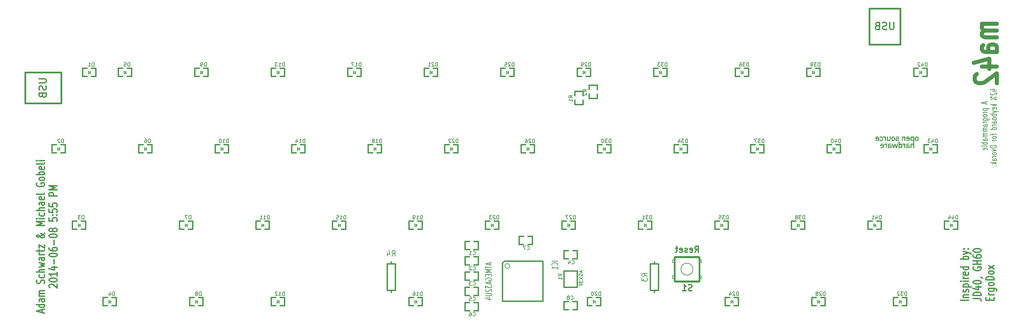
<source format=gbo>
G04 (created by PCBNEW (2013-07-07 BZR 4022)-stable) date 7/6/2014 3:39:49 PM*
%MOIN*%
G04 Gerber Fmt 3.4, Leading zero omitted, Abs format*
%FSLAX34Y34*%
G01*
G70*
G90*
G04 APERTURE LIST*
%ADD10C,0.00590551*%
%ADD11C,0.00787402*%
%ADD12C,0.0393701*%
%ADD13C,0.012*%
%ADD14C,0.008*%
%ADD15C,0.011811*%
%ADD16C,0.0079*%
%ADD17C,0.015*%
%ADD18C,0.0001*%
%ADD19C,0.00625197*%
G04 APERTURE END LIST*
G54D10*
G54D11*
X121870Y-39397D02*
X121870Y-39584D01*
X122039Y-39359D02*
X121448Y-39490D01*
X122039Y-39622D01*
X121645Y-40053D02*
X122235Y-40053D01*
X121673Y-40053D02*
X121645Y-40090D01*
X121645Y-40165D01*
X121673Y-40203D01*
X121701Y-40222D01*
X121757Y-40240D01*
X121926Y-40240D01*
X121982Y-40222D01*
X122010Y-40203D01*
X122039Y-40165D01*
X122039Y-40090D01*
X122010Y-40053D01*
X122039Y-40409D02*
X121645Y-40409D01*
X121757Y-40409D02*
X121701Y-40428D01*
X121673Y-40447D01*
X121645Y-40484D01*
X121645Y-40522D01*
X122039Y-40709D02*
X122010Y-40672D01*
X121982Y-40653D01*
X121926Y-40634D01*
X121757Y-40634D01*
X121701Y-40653D01*
X121673Y-40672D01*
X121645Y-40709D01*
X121645Y-40765D01*
X121673Y-40803D01*
X121701Y-40822D01*
X121757Y-40840D01*
X121926Y-40840D01*
X121982Y-40822D01*
X122010Y-40803D01*
X122039Y-40765D01*
X122039Y-40709D01*
X121645Y-41178D02*
X122123Y-41178D01*
X122179Y-41159D01*
X122207Y-41140D01*
X122235Y-41103D01*
X122235Y-41046D01*
X122207Y-41009D01*
X122010Y-41178D02*
X122039Y-41140D01*
X122039Y-41065D01*
X122010Y-41028D01*
X121982Y-41009D01*
X121926Y-40990D01*
X121757Y-40990D01*
X121701Y-41009D01*
X121673Y-41028D01*
X121645Y-41065D01*
X121645Y-41140D01*
X121673Y-41178D01*
X122039Y-41365D02*
X121645Y-41365D01*
X121757Y-41365D02*
X121701Y-41384D01*
X121673Y-41403D01*
X121645Y-41440D01*
X121645Y-41478D01*
X122039Y-41778D02*
X121729Y-41778D01*
X121673Y-41759D01*
X121645Y-41721D01*
X121645Y-41646D01*
X121673Y-41609D01*
X122010Y-41778D02*
X122039Y-41740D01*
X122039Y-41646D01*
X122010Y-41609D01*
X121954Y-41590D01*
X121898Y-41590D01*
X121842Y-41609D01*
X121814Y-41646D01*
X121814Y-41740D01*
X121785Y-41778D01*
X122039Y-41965D02*
X121645Y-41965D01*
X121701Y-41965D02*
X121673Y-41984D01*
X121645Y-42021D01*
X121645Y-42078D01*
X121673Y-42115D01*
X121729Y-42134D01*
X122039Y-42134D01*
X121729Y-42134D02*
X121673Y-42153D01*
X121645Y-42190D01*
X121645Y-42246D01*
X121673Y-42284D01*
X121729Y-42303D01*
X122039Y-42303D01*
X122039Y-42490D02*
X121645Y-42490D01*
X121701Y-42490D02*
X121673Y-42509D01*
X121645Y-42546D01*
X121645Y-42603D01*
X121673Y-42640D01*
X121729Y-42659D01*
X122039Y-42659D01*
X121729Y-42659D02*
X121673Y-42678D01*
X121645Y-42715D01*
X121645Y-42771D01*
X121673Y-42809D01*
X121729Y-42828D01*
X122039Y-42828D01*
X122039Y-43184D02*
X121729Y-43184D01*
X121673Y-43165D01*
X121645Y-43127D01*
X121645Y-43052D01*
X121673Y-43015D01*
X122010Y-43184D02*
X122039Y-43146D01*
X122039Y-43052D01*
X122010Y-43015D01*
X121954Y-42996D01*
X121898Y-42996D01*
X121842Y-43015D01*
X121814Y-43052D01*
X121814Y-43146D01*
X121785Y-43184D01*
X122039Y-43371D02*
X121448Y-43371D01*
X121673Y-43371D02*
X121645Y-43409D01*
X121645Y-43484D01*
X121673Y-43521D01*
X121701Y-43540D01*
X121757Y-43559D01*
X121926Y-43559D01*
X121982Y-43540D01*
X122010Y-43521D01*
X122039Y-43484D01*
X122039Y-43409D01*
X122010Y-43371D01*
X122039Y-43784D02*
X122010Y-43746D01*
X121954Y-43727D01*
X121448Y-43727D01*
X122010Y-44084D02*
X122039Y-44046D01*
X122039Y-43971D01*
X122010Y-43934D01*
X121954Y-43915D01*
X121729Y-43915D01*
X121673Y-43934D01*
X121645Y-43971D01*
X121645Y-44046D01*
X121673Y-44084D01*
X121729Y-44102D01*
X121785Y-44102D01*
X121842Y-43915D01*
X122550Y-38309D02*
X122944Y-38309D01*
X122325Y-38216D02*
X122747Y-38122D01*
X122747Y-38366D01*
X122410Y-38497D02*
X122382Y-38516D01*
X122353Y-38553D01*
X122353Y-38647D01*
X122382Y-38684D01*
X122410Y-38703D01*
X122466Y-38722D01*
X122522Y-38722D01*
X122607Y-38703D01*
X122944Y-38478D01*
X122944Y-38722D01*
X122944Y-38872D02*
X122353Y-39172D01*
X122353Y-38928D02*
X122382Y-38965D01*
X122438Y-38984D01*
X122494Y-38965D01*
X122522Y-38928D01*
X122494Y-38891D01*
X122438Y-38872D01*
X122382Y-38891D01*
X122353Y-38928D01*
X122916Y-39153D02*
X122860Y-39172D01*
X122803Y-39153D01*
X122775Y-39115D01*
X122803Y-39078D01*
X122860Y-39059D01*
X122916Y-39078D01*
X122944Y-39115D01*
X122916Y-39153D01*
X122944Y-39640D02*
X122353Y-39640D01*
X122719Y-39678D02*
X122944Y-39790D01*
X122550Y-39790D02*
X122775Y-39640D01*
X122916Y-40109D02*
X122944Y-40072D01*
X122944Y-39997D01*
X122916Y-39959D01*
X122860Y-39940D01*
X122635Y-39940D01*
X122578Y-39959D01*
X122550Y-39997D01*
X122550Y-40072D01*
X122578Y-40109D01*
X122635Y-40128D01*
X122691Y-40128D01*
X122747Y-39940D01*
X122550Y-40259D02*
X122944Y-40353D01*
X122550Y-40447D02*
X122944Y-40353D01*
X123085Y-40315D01*
X123113Y-40297D01*
X123141Y-40259D01*
X122944Y-40597D02*
X122353Y-40597D01*
X122578Y-40597D02*
X122550Y-40634D01*
X122550Y-40709D01*
X122578Y-40747D01*
X122607Y-40765D01*
X122663Y-40784D01*
X122832Y-40784D01*
X122888Y-40765D01*
X122916Y-40747D01*
X122944Y-40709D01*
X122944Y-40634D01*
X122916Y-40597D01*
X122944Y-41009D02*
X122916Y-40971D01*
X122888Y-40953D01*
X122832Y-40934D01*
X122663Y-40934D01*
X122607Y-40953D01*
X122578Y-40971D01*
X122550Y-41009D01*
X122550Y-41065D01*
X122578Y-41103D01*
X122607Y-41121D01*
X122663Y-41140D01*
X122832Y-41140D01*
X122888Y-41121D01*
X122916Y-41103D01*
X122944Y-41065D01*
X122944Y-41009D01*
X122944Y-41478D02*
X122635Y-41478D01*
X122578Y-41459D01*
X122550Y-41421D01*
X122550Y-41346D01*
X122578Y-41309D01*
X122916Y-41478D02*
X122944Y-41440D01*
X122944Y-41346D01*
X122916Y-41309D01*
X122860Y-41290D01*
X122803Y-41290D01*
X122747Y-41309D01*
X122719Y-41346D01*
X122719Y-41440D01*
X122691Y-41478D01*
X122944Y-41665D02*
X122550Y-41665D01*
X122663Y-41665D02*
X122607Y-41684D01*
X122578Y-41703D01*
X122550Y-41740D01*
X122550Y-41778D01*
X122944Y-42078D02*
X122353Y-42078D01*
X122916Y-42078D02*
X122944Y-42040D01*
X122944Y-41965D01*
X122916Y-41928D01*
X122888Y-41909D01*
X122832Y-41890D01*
X122663Y-41890D01*
X122607Y-41909D01*
X122578Y-41928D01*
X122550Y-41965D01*
X122550Y-42040D01*
X122578Y-42078D01*
X122550Y-42509D02*
X122550Y-42659D01*
X122944Y-42565D02*
X122438Y-42565D01*
X122382Y-42584D01*
X122353Y-42621D01*
X122353Y-42659D01*
X122944Y-42846D02*
X122916Y-42809D01*
X122888Y-42790D01*
X122832Y-42771D01*
X122663Y-42771D01*
X122607Y-42790D01*
X122578Y-42809D01*
X122550Y-42846D01*
X122550Y-42903D01*
X122578Y-42940D01*
X122607Y-42959D01*
X122663Y-42977D01*
X122832Y-42977D01*
X122888Y-42959D01*
X122916Y-42940D01*
X122944Y-42903D01*
X122944Y-42846D01*
X122944Y-43146D02*
X122550Y-43146D01*
X122663Y-43146D02*
X122607Y-43165D01*
X122578Y-43184D01*
X122550Y-43221D01*
X122550Y-43259D01*
X122944Y-43690D02*
X122353Y-43690D01*
X122353Y-43784D01*
X122382Y-43840D01*
X122438Y-43877D01*
X122494Y-43896D01*
X122607Y-43915D01*
X122691Y-43915D01*
X122803Y-43896D01*
X122860Y-43877D01*
X122916Y-43840D01*
X122944Y-43784D01*
X122944Y-43690D01*
X122550Y-44046D02*
X122944Y-44140D01*
X122550Y-44234D01*
X122944Y-44440D02*
X122916Y-44402D01*
X122888Y-44384D01*
X122832Y-44365D01*
X122663Y-44365D01*
X122607Y-44384D01*
X122578Y-44402D01*
X122550Y-44440D01*
X122550Y-44496D01*
X122578Y-44534D01*
X122607Y-44552D01*
X122663Y-44571D01*
X122832Y-44571D01*
X122888Y-44552D01*
X122916Y-44534D01*
X122944Y-44496D01*
X122944Y-44440D01*
X122944Y-44740D02*
X122550Y-44740D01*
X122663Y-44740D02*
X122607Y-44759D01*
X122578Y-44777D01*
X122550Y-44815D01*
X122550Y-44852D01*
X122944Y-45152D02*
X122635Y-45152D01*
X122578Y-45133D01*
X122550Y-45096D01*
X122550Y-45021D01*
X122578Y-44983D01*
X122916Y-45152D02*
X122944Y-45115D01*
X122944Y-45021D01*
X122916Y-44983D01*
X122860Y-44965D01*
X122803Y-44965D01*
X122747Y-44983D01*
X122719Y-45021D01*
X122719Y-45115D01*
X122691Y-45152D01*
X122944Y-45340D02*
X122353Y-45340D01*
X122719Y-45377D02*
X122944Y-45490D01*
X122550Y-45490D02*
X122775Y-45340D01*
X122888Y-45658D02*
X122916Y-45677D01*
X122944Y-45658D01*
X122916Y-45640D01*
X122888Y-45658D01*
X122944Y-45658D01*
G54D12*
X122976Y-31712D02*
X121532Y-31712D01*
X121739Y-31712D02*
X121635Y-31787D01*
X121532Y-31937D01*
X121532Y-32162D01*
X121635Y-32312D01*
X121842Y-32387D01*
X122976Y-32387D01*
X121842Y-32387D02*
X121635Y-32462D01*
X121532Y-32612D01*
X121532Y-32837D01*
X121635Y-32987D01*
X121842Y-33062D01*
X122976Y-33062D01*
X122976Y-34487D02*
X121842Y-34487D01*
X121635Y-34412D01*
X121532Y-34262D01*
X121532Y-33962D01*
X121635Y-33812D01*
X122873Y-34487D02*
X122976Y-34337D01*
X122976Y-33962D01*
X122873Y-33812D01*
X122667Y-33737D01*
X122460Y-33737D01*
X122254Y-33812D01*
X122151Y-33962D01*
X122151Y-34337D01*
X122048Y-34487D01*
X121532Y-35912D02*
X122976Y-35912D01*
X120707Y-35537D02*
X122254Y-35162D01*
X122254Y-36137D01*
X121017Y-36662D02*
X120914Y-36737D01*
X120811Y-36887D01*
X120811Y-37262D01*
X120914Y-37412D01*
X121017Y-37487D01*
X121223Y-37562D01*
X121429Y-37562D01*
X121739Y-37487D01*
X122976Y-36587D01*
X122976Y-37562D01*
G54D13*
X120223Y-58857D02*
X119423Y-58857D01*
X119690Y-58571D02*
X120223Y-58571D01*
X119766Y-58571D02*
X119728Y-58542D01*
X119690Y-58485D01*
X119690Y-58400D01*
X119728Y-58342D01*
X119804Y-58314D01*
X120223Y-58314D01*
X120185Y-58057D02*
X120223Y-58000D01*
X120223Y-57885D01*
X120185Y-57828D01*
X120109Y-57800D01*
X120071Y-57800D01*
X119995Y-57828D01*
X119957Y-57885D01*
X119957Y-57971D01*
X119919Y-58028D01*
X119842Y-58057D01*
X119804Y-58057D01*
X119728Y-58028D01*
X119690Y-57971D01*
X119690Y-57885D01*
X119728Y-57828D01*
X119690Y-57542D02*
X120490Y-57542D01*
X119728Y-57542D02*
X119690Y-57485D01*
X119690Y-57371D01*
X119728Y-57314D01*
X119766Y-57285D01*
X119842Y-57257D01*
X120071Y-57257D01*
X120147Y-57285D01*
X120185Y-57314D01*
X120223Y-57371D01*
X120223Y-57485D01*
X120185Y-57542D01*
X120223Y-57000D02*
X119690Y-57000D01*
X119423Y-57000D02*
X119461Y-57028D01*
X119500Y-57000D01*
X119461Y-56971D01*
X119423Y-57000D01*
X119500Y-57000D01*
X120223Y-56714D02*
X119690Y-56714D01*
X119842Y-56714D02*
X119766Y-56685D01*
X119728Y-56657D01*
X119690Y-56600D01*
X119690Y-56542D01*
X120185Y-56114D02*
X120223Y-56171D01*
X120223Y-56285D01*
X120185Y-56342D01*
X120109Y-56371D01*
X119804Y-56371D01*
X119728Y-56342D01*
X119690Y-56285D01*
X119690Y-56171D01*
X119728Y-56114D01*
X119804Y-56085D01*
X119880Y-56085D01*
X119957Y-56371D01*
X120223Y-55571D02*
X119423Y-55571D01*
X120185Y-55571D02*
X120223Y-55628D01*
X120223Y-55742D01*
X120185Y-55800D01*
X120147Y-55828D01*
X120071Y-55857D01*
X119842Y-55857D01*
X119766Y-55828D01*
X119728Y-55800D01*
X119690Y-55742D01*
X119690Y-55628D01*
X119728Y-55571D01*
X120223Y-54828D02*
X119423Y-54828D01*
X119728Y-54828D02*
X119690Y-54771D01*
X119690Y-54657D01*
X119728Y-54600D01*
X119766Y-54571D01*
X119842Y-54542D01*
X120071Y-54542D01*
X120147Y-54571D01*
X120185Y-54600D01*
X120223Y-54657D01*
X120223Y-54771D01*
X120185Y-54828D01*
X119690Y-54342D02*
X120223Y-54200D01*
X119690Y-54057D02*
X120223Y-54200D01*
X120414Y-54257D01*
X120452Y-54285D01*
X120490Y-54342D01*
X120147Y-53828D02*
X120185Y-53800D01*
X120223Y-53828D01*
X120185Y-53857D01*
X120147Y-53828D01*
X120223Y-53828D01*
X119728Y-53828D02*
X119766Y-53800D01*
X119804Y-53828D01*
X119766Y-53857D01*
X119728Y-53828D01*
X119804Y-53828D01*
X120663Y-58685D02*
X121235Y-58685D01*
X121349Y-58714D01*
X121425Y-58771D01*
X121463Y-58857D01*
X121463Y-58914D01*
X121463Y-58400D02*
X120663Y-58400D01*
X120663Y-58257D01*
X120701Y-58171D01*
X120778Y-58114D01*
X120854Y-58085D01*
X121006Y-58057D01*
X121120Y-58057D01*
X121273Y-58085D01*
X121349Y-58114D01*
X121425Y-58171D01*
X121463Y-58257D01*
X121463Y-58400D01*
X120930Y-57542D02*
X121463Y-57542D01*
X120625Y-57685D02*
X121197Y-57828D01*
X121197Y-57457D01*
X120663Y-57114D02*
X120663Y-57057D01*
X120701Y-56999D01*
X120740Y-56971D01*
X120816Y-56942D01*
X120968Y-56914D01*
X121159Y-56914D01*
X121311Y-56942D01*
X121387Y-56971D01*
X121425Y-56999D01*
X121463Y-57057D01*
X121463Y-57114D01*
X121425Y-57171D01*
X121387Y-57199D01*
X121311Y-57228D01*
X121159Y-57257D01*
X120968Y-57257D01*
X120816Y-57228D01*
X120740Y-57199D01*
X120701Y-57171D01*
X120663Y-57114D01*
X121425Y-56628D02*
X121463Y-56628D01*
X121540Y-56657D01*
X121578Y-56685D01*
X120701Y-55599D02*
X120663Y-55657D01*
X120663Y-55742D01*
X120701Y-55828D01*
X120778Y-55885D01*
X120854Y-55914D01*
X121006Y-55942D01*
X121120Y-55942D01*
X121273Y-55914D01*
X121349Y-55885D01*
X121425Y-55828D01*
X121463Y-55742D01*
X121463Y-55685D01*
X121425Y-55599D01*
X121387Y-55571D01*
X121120Y-55571D01*
X121120Y-55685D01*
X121463Y-55314D02*
X120663Y-55314D01*
X121044Y-55314D02*
X121044Y-54971D01*
X121463Y-54971D02*
X120663Y-54971D01*
X120663Y-54428D02*
X120663Y-54542D01*
X120701Y-54600D01*
X120740Y-54628D01*
X120854Y-54685D01*
X121006Y-54714D01*
X121311Y-54714D01*
X121387Y-54685D01*
X121425Y-54657D01*
X121463Y-54600D01*
X121463Y-54485D01*
X121425Y-54428D01*
X121387Y-54400D01*
X121311Y-54371D01*
X121120Y-54371D01*
X121044Y-54400D01*
X121006Y-54428D01*
X120968Y-54485D01*
X120968Y-54600D01*
X121006Y-54657D01*
X121044Y-54685D01*
X121120Y-54714D01*
X120663Y-53999D02*
X120663Y-53942D01*
X120701Y-53885D01*
X120740Y-53857D01*
X120816Y-53828D01*
X120968Y-53799D01*
X121159Y-53799D01*
X121311Y-53828D01*
X121387Y-53857D01*
X121425Y-53885D01*
X121463Y-53942D01*
X121463Y-53999D01*
X121425Y-54057D01*
X121387Y-54085D01*
X121311Y-54114D01*
X121159Y-54142D01*
X120968Y-54142D01*
X120816Y-54114D01*
X120740Y-54085D01*
X120701Y-54057D01*
X120663Y-53999D01*
X122284Y-58857D02*
X122284Y-58657D01*
X122703Y-58571D02*
X122703Y-58857D01*
X121903Y-58857D01*
X121903Y-58571D01*
X122703Y-58314D02*
X122170Y-58314D01*
X122322Y-58314D02*
X122246Y-58285D01*
X122208Y-58257D01*
X122170Y-58200D01*
X122170Y-58142D01*
X122170Y-57685D02*
X122818Y-57685D01*
X122894Y-57714D01*
X122932Y-57742D01*
X122970Y-57800D01*
X122970Y-57885D01*
X122932Y-57942D01*
X122665Y-57685D02*
X122703Y-57742D01*
X122703Y-57857D01*
X122665Y-57914D01*
X122627Y-57942D01*
X122551Y-57971D01*
X122322Y-57971D01*
X122246Y-57942D01*
X122208Y-57914D01*
X122170Y-57857D01*
X122170Y-57742D01*
X122208Y-57685D01*
X122703Y-57314D02*
X122665Y-57371D01*
X122627Y-57400D01*
X122551Y-57428D01*
X122322Y-57428D01*
X122246Y-57400D01*
X122208Y-57371D01*
X122170Y-57314D01*
X122170Y-57228D01*
X122208Y-57171D01*
X122246Y-57142D01*
X122322Y-57114D01*
X122551Y-57114D01*
X122627Y-57142D01*
X122665Y-57171D01*
X122703Y-57228D01*
X122703Y-57314D01*
X122703Y-56857D02*
X121903Y-56857D01*
X121903Y-56714D01*
X121941Y-56628D01*
X122018Y-56571D01*
X122094Y-56542D01*
X122246Y-56514D01*
X122360Y-56514D01*
X122513Y-56542D01*
X122589Y-56571D01*
X122665Y-56628D01*
X122703Y-56714D01*
X122703Y-56857D01*
X122703Y-56171D02*
X122665Y-56228D01*
X122627Y-56257D01*
X122551Y-56285D01*
X122322Y-56285D01*
X122246Y-56257D01*
X122208Y-56228D01*
X122170Y-56171D01*
X122170Y-56085D01*
X122208Y-56028D01*
X122246Y-56000D01*
X122322Y-55971D01*
X122551Y-55971D01*
X122627Y-56000D01*
X122665Y-56028D01*
X122703Y-56085D01*
X122703Y-56171D01*
X122703Y-55771D02*
X122170Y-55457D01*
X122170Y-55771D02*
X122703Y-55457D01*
X29395Y-60071D02*
X29395Y-59785D01*
X29623Y-60128D02*
X28823Y-59928D01*
X29623Y-59728D01*
X29623Y-59271D02*
X28823Y-59271D01*
X29585Y-59271D02*
X29623Y-59328D01*
X29623Y-59442D01*
X29585Y-59499D01*
X29547Y-59528D01*
X29471Y-59557D01*
X29242Y-59557D01*
X29166Y-59528D01*
X29128Y-59499D01*
X29090Y-59442D01*
X29090Y-59328D01*
X29128Y-59271D01*
X29623Y-58728D02*
X29204Y-58728D01*
X29128Y-58757D01*
X29090Y-58814D01*
X29090Y-58928D01*
X29128Y-58985D01*
X29585Y-58728D02*
X29623Y-58785D01*
X29623Y-58928D01*
X29585Y-58985D01*
X29509Y-59014D01*
X29433Y-59014D01*
X29357Y-58985D01*
X29319Y-58928D01*
X29319Y-58785D01*
X29280Y-58728D01*
X29623Y-58442D02*
X29090Y-58442D01*
X29166Y-58442D02*
X29128Y-58414D01*
X29090Y-58357D01*
X29090Y-58271D01*
X29128Y-58214D01*
X29204Y-58185D01*
X29623Y-58185D01*
X29204Y-58185D02*
X29128Y-58157D01*
X29090Y-58100D01*
X29090Y-58014D01*
X29128Y-57957D01*
X29204Y-57928D01*
X29623Y-57928D01*
X29585Y-57214D02*
X29623Y-57128D01*
X29623Y-56985D01*
X29585Y-56928D01*
X29547Y-56900D01*
X29471Y-56871D01*
X29395Y-56871D01*
X29319Y-56900D01*
X29280Y-56928D01*
X29242Y-56985D01*
X29204Y-57100D01*
X29166Y-57157D01*
X29128Y-57185D01*
X29052Y-57214D01*
X28976Y-57214D01*
X28900Y-57185D01*
X28861Y-57157D01*
X28823Y-57100D01*
X28823Y-56957D01*
X28861Y-56871D01*
X29585Y-56357D02*
X29623Y-56414D01*
X29623Y-56528D01*
X29585Y-56585D01*
X29547Y-56614D01*
X29471Y-56642D01*
X29242Y-56642D01*
X29166Y-56614D01*
X29128Y-56585D01*
X29090Y-56528D01*
X29090Y-56414D01*
X29128Y-56357D01*
X29623Y-56099D02*
X28823Y-56099D01*
X29623Y-55842D02*
X29204Y-55842D01*
X29128Y-55871D01*
X29090Y-55928D01*
X29090Y-56014D01*
X29128Y-56071D01*
X29166Y-56099D01*
X29090Y-55614D02*
X29623Y-55499D01*
X29242Y-55385D01*
X29623Y-55271D01*
X29090Y-55157D01*
X29623Y-54671D02*
X29204Y-54671D01*
X29128Y-54699D01*
X29090Y-54757D01*
X29090Y-54871D01*
X29128Y-54928D01*
X29585Y-54671D02*
X29623Y-54728D01*
X29623Y-54871D01*
X29585Y-54928D01*
X29509Y-54957D01*
X29433Y-54957D01*
X29357Y-54928D01*
X29319Y-54871D01*
X29319Y-54728D01*
X29280Y-54671D01*
X29623Y-54385D02*
X29090Y-54385D01*
X29242Y-54385D02*
X29166Y-54357D01*
X29128Y-54328D01*
X29090Y-54271D01*
X29090Y-54214D01*
X29090Y-54099D02*
X29090Y-53871D01*
X28823Y-54014D02*
X29509Y-54014D01*
X29585Y-53985D01*
X29623Y-53928D01*
X29623Y-53871D01*
X29090Y-53728D02*
X29090Y-53414D01*
X29623Y-53728D01*
X29623Y-53414D01*
X29623Y-52242D02*
X29623Y-52271D01*
X29585Y-52328D01*
X29471Y-52414D01*
X29242Y-52557D01*
X29128Y-52614D01*
X29014Y-52642D01*
X28938Y-52642D01*
X28861Y-52614D01*
X28823Y-52557D01*
X28823Y-52528D01*
X28861Y-52471D01*
X28938Y-52442D01*
X28976Y-52442D01*
X29052Y-52471D01*
X29090Y-52499D01*
X29242Y-52671D01*
X29280Y-52699D01*
X29357Y-52728D01*
X29471Y-52728D01*
X29547Y-52699D01*
X29585Y-52671D01*
X29623Y-52614D01*
X29623Y-52528D01*
X29585Y-52471D01*
X29547Y-52442D01*
X29395Y-52357D01*
X29280Y-52328D01*
X29204Y-52328D01*
X29623Y-51528D02*
X28823Y-51528D01*
X29395Y-51328D01*
X28823Y-51128D01*
X29623Y-51128D01*
X29623Y-50842D02*
X29090Y-50842D01*
X28823Y-50842D02*
X28861Y-50871D01*
X28900Y-50842D01*
X28861Y-50814D01*
X28823Y-50842D01*
X28900Y-50842D01*
X29585Y-50300D02*
X29623Y-50357D01*
X29623Y-50471D01*
X29585Y-50528D01*
X29547Y-50557D01*
X29471Y-50585D01*
X29242Y-50585D01*
X29166Y-50557D01*
X29128Y-50528D01*
X29090Y-50471D01*
X29090Y-50357D01*
X29128Y-50300D01*
X29623Y-50042D02*
X28823Y-50042D01*
X29623Y-49785D02*
X29204Y-49785D01*
X29128Y-49814D01*
X29090Y-49871D01*
X29090Y-49957D01*
X29128Y-50014D01*
X29166Y-50042D01*
X29623Y-49242D02*
X29204Y-49242D01*
X29128Y-49271D01*
X29090Y-49328D01*
X29090Y-49442D01*
X29128Y-49500D01*
X29585Y-49242D02*
X29623Y-49300D01*
X29623Y-49442D01*
X29585Y-49500D01*
X29509Y-49528D01*
X29433Y-49528D01*
X29357Y-49500D01*
X29319Y-49442D01*
X29319Y-49300D01*
X29280Y-49242D01*
X29585Y-48728D02*
X29623Y-48785D01*
X29623Y-48900D01*
X29585Y-48957D01*
X29509Y-48985D01*
X29204Y-48985D01*
X29128Y-48957D01*
X29090Y-48900D01*
X29090Y-48785D01*
X29128Y-48728D01*
X29204Y-48700D01*
X29280Y-48700D01*
X29357Y-48985D01*
X29623Y-48357D02*
X29585Y-48414D01*
X29509Y-48442D01*
X28823Y-48442D01*
X28861Y-47357D02*
X28823Y-47414D01*
X28823Y-47499D01*
X28861Y-47585D01*
X28938Y-47642D01*
X29014Y-47671D01*
X29166Y-47699D01*
X29280Y-47699D01*
X29433Y-47671D01*
X29509Y-47642D01*
X29585Y-47585D01*
X29623Y-47499D01*
X29623Y-47442D01*
X29585Y-47357D01*
X29547Y-47328D01*
X29280Y-47328D01*
X29280Y-47442D01*
X29623Y-46985D02*
X29585Y-47042D01*
X29547Y-47071D01*
X29471Y-47099D01*
X29242Y-47099D01*
X29166Y-47071D01*
X29128Y-47042D01*
X29090Y-46985D01*
X29090Y-46899D01*
X29128Y-46842D01*
X29166Y-46814D01*
X29242Y-46785D01*
X29471Y-46785D01*
X29547Y-46814D01*
X29585Y-46842D01*
X29623Y-46899D01*
X29623Y-46985D01*
X29623Y-46528D02*
X28823Y-46528D01*
X29128Y-46528D02*
X29090Y-46471D01*
X29090Y-46357D01*
X29128Y-46299D01*
X29166Y-46271D01*
X29242Y-46242D01*
X29471Y-46242D01*
X29547Y-46271D01*
X29585Y-46299D01*
X29623Y-46357D01*
X29623Y-46471D01*
X29585Y-46528D01*
X29585Y-45757D02*
X29623Y-45814D01*
X29623Y-45928D01*
X29585Y-45985D01*
X29509Y-46014D01*
X29204Y-46014D01*
X29128Y-45985D01*
X29090Y-45928D01*
X29090Y-45814D01*
X29128Y-45757D01*
X29204Y-45728D01*
X29280Y-45728D01*
X29357Y-46014D01*
X29623Y-45385D02*
X29585Y-45442D01*
X29509Y-45471D01*
X28823Y-45471D01*
X29623Y-45157D02*
X29090Y-45157D01*
X28823Y-45157D02*
X28861Y-45185D01*
X28900Y-45157D01*
X28861Y-45128D01*
X28823Y-45157D01*
X28900Y-45157D01*
X30140Y-57614D02*
X30101Y-57585D01*
X30063Y-57528D01*
X30063Y-57385D01*
X30101Y-57328D01*
X30140Y-57300D01*
X30216Y-57271D01*
X30292Y-57271D01*
X30406Y-57300D01*
X30863Y-57642D01*
X30863Y-57271D01*
X30063Y-56900D02*
X30063Y-56842D01*
X30101Y-56785D01*
X30140Y-56757D01*
X30216Y-56728D01*
X30368Y-56700D01*
X30559Y-56700D01*
X30711Y-56728D01*
X30787Y-56757D01*
X30825Y-56785D01*
X30863Y-56842D01*
X30863Y-56900D01*
X30825Y-56957D01*
X30787Y-56985D01*
X30711Y-57014D01*
X30559Y-57042D01*
X30368Y-57042D01*
X30216Y-57014D01*
X30140Y-56985D01*
X30101Y-56957D01*
X30063Y-56900D01*
X30863Y-56128D02*
X30863Y-56471D01*
X30863Y-56300D02*
X30063Y-56300D01*
X30178Y-56357D01*
X30254Y-56414D01*
X30292Y-56471D01*
X30330Y-55614D02*
X30863Y-55614D01*
X30025Y-55757D02*
X30597Y-55900D01*
X30597Y-55528D01*
X30559Y-55300D02*
X30559Y-54842D01*
X30063Y-54442D02*
X30063Y-54385D01*
X30101Y-54328D01*
X30140Y-54300D01*
X30216Y-54271D01*
X30368Y-54242D01*
X30559Y-54242D01*
X30711Y-54271D01*
X30787Y-54300D01*
X30825Y-54328D01*
X30863Y-54385D01*
X30863Y-54442D01*
X30825Y-54500D01*
X30787Y-54528D01*
X30711Y-54557D01*
X30559Y-54585D01*
X30368Y-54585D01*
X30216Y-54557D01*
X30140Y-54528D01*
X30101Y-54500D01*
X30063Y-54442D01*
X30063Y-53728D02*
X30063Y-53842D01*
X30101Y-53900D01*
X30140Y-53928D01*
X30254Y-53985D01*
X30406Y-54014D01*
X30711Y-54014D01*
X30787Y-53985D01*
X30825Y-53957D01*
X30863Y-53900D01*
X30863Y-53785D01*
X30825Y-53728D01*
X30787Y-53700D01*
X30711Y-53671D01*
X30520Y-53671D01*
X30444Y-53700D01*
X30406Y-53728D01*
X30368Y-53785D01*
X30368Y-53900D01*
X30406Y-53957D01*
X30444Y-53985D01*
X30520Y-54014D01*
X30559Y-53414D02*
X30559Y-52957D01*
X30063Y-52557D02*
X30063Y-52499D01*
X30101Y-52442D01*
X30140Y-52414D01*
X30216Y-52385D01*
X30368Y-52357D01*
X30559Y-52357D01*
X30711Y-52385D01*
X30787Y-52414D01*
X30825Y-52442D01*
X30863Y-52499D01*
X30863Y-52557D01*
X30825Y-52614D01*
X30787Y-52642D01*
X30711Y-52671D01*
X30559Y-52699D01*
X30368Y-52699D01*
X30216Y-52671D01*
X30140Y-52642D01*
X30101Y-52614D01*
X30063Y-52557D01*
X30406Y-52014D02*
X30368Y-52071D01*
X30330Y-52099D01*
X30254Y-52128D01*
X30216Y-52128D01*
X30140Y-52099D01*
X30101Y-52071D01*
X30063Y-52014D01*
X30063Y-51899D01*
X30101Y-51842D01*
X30140Y-51814D01*
X30216Y-51785D01*
X30254Y-51785D01*
X30330Y-51814D01*
X30368Y-51842D01*
X30406Y-51899D01*
X30406Y-52014D01*
X30444Y-52071D01*
X30482Y-52099D01*
X30559Y-52128D01*
X30711Y-52128D01*
X30787Y-52099D01*
X30825Y-52071D01*
X30863Y-52014D01*
X30863Y-51899D01*
X30825Y-51842D01*
X30787Y-51814D01*
X30711Y-51785D01*
X30559Y-51785D01*
X30482Y-51814D01*
X30444Y-51842D01*
X30406Y-51899D01*
X30063Y-50785D02*
X30063Y-51071D01*
X30444Y-51099D01*
X30406Y-51071D01*
X30368Y-51014D01*
X30368Y-50871D01*
X30406Y-50814D01*
X30444Y-50785D01*
X30520Y-50757D01*
X30711Y-50757D01*
X30787Y-50785D01*
X30825Y-50814D01*
X30863Y-50871D01*
X30863Y-51014D01*
X30825Y-51071D01*
X30787Y-51099D01*
X30787Y-50499D02*
X30825Y-50471D01*
X30863Y-50499D01*
X30825Y-50528D01*
X30787Y-50499D01*
X30863Y-50499D01*
X30368Y-50499D02*
X30406Y-50471D01*
X30444Y-50499D01*
X30406Y-50528D01*
X30368Y-50499D01*
X30444Y-50499D01*
X30063Y-49928D02*
X30063Y-50214D01*
X30444Y-50242D01*
X30406Y-50214D01*
X30368Y-50157D01*
X30368Y-50014D01*
X30406Y-49957D01*
X30444Y-49928D01*
X30520Y-49899D01*
X30711Y-49899D01*
X30787Y-49928D01*
X30825Y-49957D01*
X30863Y-50014D01*
X30863Y-50157D01*
X30825Y-50214D01*
X30787Y-50242D01*
X30063Y-49357D02*
X30063Y-49642D01*
X30444Y-49671D01*
X30406Y-49642D01*
X30368Y-49585D01*
X30368Y-49442D01*
X30406Y-49385D01*
X30444Y-49357D01*
X30520Y-49328D01*
X30711Y-49328D01*
X30787Y-49357D01*
X30825Y-49385D01*
X30863Y-49442D01*
X30863Y-49585D01*
X30825Y-49642D01*
X30787Y-49671D01*
X30863Y-48614D02*
X30063Y-48614D01*
X30063Y-48385D01*
X30101Y-48328D01*
X30140Y-48299D01*
X30216Y-48271D01*
X30330Y-48271D01*
X30406Y-48299D01*
X30444Y-48328D01*
X30482Y-48385D01*
X30482Y-48614D01*
X30863Y-48014D02*
X30063Y-48014D01*
X30635Y-47814D01*
X30063Y-47614D01*
X30863Y-47614D01*
X74530Y-58970D02*
X78470Y-58970D01*
X78470Y-58970D02*
X78470Y-55030D01*
X74720Y-55030D02*
X78470Y-55030D01*
X74530Y-55220D02*
X74530Y-58970D01*
X74720Y-55030D02*
X74530Y-55220D01*
G54D14*
X75250Y-55500D02*
G75*
G03X75250Y-55500I-250J0D01*
G74*
G01*
G54D15*
X81207Y-51900D02*
X81650Y-51900D01*
X81650Y-51900D02*
X81650Y-51100D01*
X81650Y-51100D02*
X81207Y-51100D01*
X80781Y-51900D02*
X80350Y-51900D01*
X80350Y-51900D02*
X80350Y-51100D01*
X80350Y-51100D02*
X80781Y-51100D01*
G54D11*
X81100Y-51650D02*
X81100Y-51350D01*
X80925Y-51650D02*
X80925Y-51350D01*
X80925Y-51350D02*
X81075Y-51500D01*
X81075Y-51500D02*
X80925Y-51650D01*
G54D15*
X58707Y-51900D02*
X59150Y-51900D01*
X59150Y-51900D02*
X59150Y-51100D01*
X59150Y-51100D02*
X58707Y-51100D01*
X58281Y-51900D02*
X57850Y-51900D01*
X57850Y-51900D02*
X57850Y-51100D01*
X57850Y-51100D02*
X58281Y-51100D01*
G54D11*
X58600Y-51650D02*
X58600Y-51350D01*
X58425Y-51650D02*
X58425Y-51350D01*
X58425Y-51350D02*
X58575Y-51500D01*
X58575Y-51500D02*
X58425Y-51650D01*
G54D15*
X66207Y-59400D02*
X66650Y-59400D01*
X66650Y-59400D02*
X66650Y-58600D01*
X66650Y-58600D02*
X66207Y-58600D01*
X65781Y-59400D02*
X65350Y-59400D01*
X65350Y-59400D02*
X65350Y-58600D01*
X65350Y-58600D02*
X65781Y-58600D01*
G54D11*
X66100Y-59150D02*
X66100Y-58850D01*
X65925Y-59150D02*
X65925Y-58850D01*
X65925Y-58850D02*
X66075Y-59000D01*
X66075Y-59000D02*
X65925Y-59150D01*
G54D15*
X60207Y-36900D02*
X60650Y-36900D01*
X60650Y-36900D02*
X60650Y-36100D01*
X60650Y-36100D02*
X60207Y-36100D01*
X59781Y-36900D02*
X59350Y-36900D01*
X59350Y-36900D02*
X59350Y-36100D01*
X59350Y-36100D02*
X59781Y-36100D01*
G54D11*
X60100Y-36650D02*
X60100Y-36350D01*
X59925Y-36650D02*
X59925Y-36350D01*
X59925Y-36350D02*
X60075Y-36500D01*
X60075Y-36500D02*
X59925Y-36650D01*
G54D15*
X75207Y-36900D02*
X75650Y-36900D01*
X75650Y-36900D02*
X75650Y-36100D01*
X75650Y-36100D02*
X75207Y-36100D01*
X74781Y-36900D02*
X74350Y-36900D01*
X74350Y-36900D02*
X74350Y-36100D01*
X74350Y-36100D02*
X74781Y-36100D01*
G54D11*
X75100Y-36650D02*
X75100Y-36350D01*
X74925Y-36650D02*
X74925Y-36350D01*
X74925Y-36350D02*
X75075Y-36500D01*
X75075Y-36500D02*
X74925Y-36650D01*
G54D15*
X34207Y-36900D02*
X34650Y-36900D01*
X34650Y-36900D02*
X34650Y-36100D01*
X34650Y-36100D02*
X34207Y-36100D01*
X33781Y-36900D02*
X33350Y-36900D01*
X33350Y-36900D02*
X33350Y-36100D01*
X33350Y-36100D02*
X33781Y-36100D01*
G54D11*
X34100Y-36650D02*
X34100Y-36350D01*
X33925Y-36650D02*
X33925Y-36350D01*
X33925Y-36350D02*
X34075Y-36500D01*
X34075Y-36500D02*
X33925Y-36650D01*
G54D15*
X66207Y-51900D02*
X66650Y-51900D01*
X66650Y-51900D02*
X66650Y-51100D01*
X66650Y-51100D02*
X66207Y-51100D01*
X65781Y-51900D02*
X65350Y-51900D01*
X65350Y-51900D02*
X65350Y-51100D01*
X65350Y-51100D02*
X65781Y-51100D01*
G54D11*
X66100Y-51650D02*
X66100Y-51350D01*
X65925Y-51650D02*
X65925Y-51350D01*
X65925Y-51350D02*
X66075Y-51500D01*
X66075Y-51500D02*
X65925Y-51650D01*
G54D15*
X52707Y-36900D02*
X53150Y-36900D01*
X53150Y-36900D02*
X53150Y-36100D01*
X53150Y-36100D02*
X52707Y-36100D01*
X52281Y-36900D02*
X51850Y-36900D01*
X51850Y-36900D02*
X51850Y-36100D01*
X51850Y-36100D02*
X52281Y-36100D01*
G54D11*
X52600Y-36650D02*
X52600Y-36350D01*
X52425Y-36650D02*
X52425Y-36350D01*
X52425Y-36350D02*
X52575Y-36500D01*
X52575Y-36500D02*
X52425Y-36650D01*
G54D15*
X77207Y-44400D02*
X77650Y-44400D01*
X77650Y-44400D02*
X77650Y-43600D01*
X77650Y-43600D02*
X77207Y-43600D01*
X76781Y-44400D02*
X76350Y-44400D01*
X76350Y-44400D02*
X76350Y-43600D01*
X76350Y-43600D02*
X76781Y-43600D01*
G54D11*
X77100Y-44150D02*
X77100Y-43850D01*
X76925Y-44150D02*
X76925Y-43850D01*
X76925Y-43850D02*
X77075Y-44000D01*
X77075Y-44000D02*
X76925Y-44150D01*
G54D15*
X82707Y-36900D02*
X83150Y-36900D01*
X83150Y-36900D02*
X83150Y-36100D01*
X83150Y-36100D02*
X82707Y-36100D01*
X82281Y-36900D02*
X81850Y-36900D01*
X81850Y-36900D02*
X81850Y-36100D01*
X81850Y-36100D02*
X82281Y-36100D01*
G54D11*
X82600Y-36650D02*
X82600Y-36350D01*
X82425Y-36650D02*
X82425Y-36350D01*
X82425Y-36350D02*
X82575Y-36500D01*
X82575Y-36500D02*
X82425Y-36650D01*
G54D15*
X90207Y-36900D02*
X90650Y-36900D01*
X90650Y-36900D02*
X90650Y-36100D01*
X90650Y-36100D02*
X90207Y-36100D01*
X89781Y-36900D02*
X89350Y-36900D01*
X89350Y-36900D02*
X89350Y-36100D01*
X89350Y-36100D02*
X89781Y-36100D01*
G54D11*
X90100Y-36650D02*
X90100Y-36350D01*
X89925Y-36650D02*
X89925Y-36350D01*
X89925Y-36350D02*
X90075Y-36500D01*
X90075Y-36500D02*
X89925Y-36650D01*
G54D15*
X84707Y-44400D02*
X85150Y-44400D01*
X85150Y-44400D02*
X85150Y-43600D01*
X85150Y-43600D02*
X84707Y-43600D01*
X84281Y-44400D02*
X83850Y-44400D01*
X83850Y-44400D02*
X83850Y-43600D01*
X83850Y-43600D02*
X84281Y-43600D01*
G54D11*
X84600Y-44150D02*
X84600Y-43850D01*
X84425Y-44150D02*
X84425Y-43850D01*
X84425Y-43850D02*
X84575Y-44000D01*
X84575Y-44000D02*
X84425Y-44150D01*
G54D15*
X88707Y-51900D02*
X89150Y-51900D01*
X89150Y-51900D02*
X89150Y-51100D01*
X89150Y-51100D02*
X88707Y-51100D01*
X88281Y-51900D02*
X87850Y-51900D01*
X87850Y-51900D02*
X87850Y-51100D01*
X87850Y-51100D02*
X88281Y-51100D01*
G54D11*
X88600Y-51650D02*
X88600Y-51350D01*
X88425Y-51650D02*
X88425Y-51350D01*
X88425Y-51350D02*
X88575Y-51500D01*
X88575Y-51500D02*
X88425Y-51650D01*
G54D15*
X62207Y-44400D02*
X62650Y-44400D01*
X62650Y-44400D02*
X62650Y-43600D01*
X62650Y-43600D02*
X62207Y-43600D01*
X61781Y-44400D02*
X61350Y-44400D01*
X61350Y-44400D02*
X61350Y-43600D01*
X61350Y-43600D02*
X61781Y-43600D01*
G54D11*
X62100Y-44150D02*
X62100Y-43850D01*
X61925Y-44150D02*
X61925Y-43850D01*
X61925Y-43850D02*
X62075Y-44000D01*
X62075Y-44000D02*
X61925Y-44150D01*
G54D15*
X96207Y-51900D02*
X96650Y-51900D01*
X96650Y-51900D02*
X96650Y-51100D01*
X96650Y-51100D02*
X96207Y-51100D01*
X95781Y-51900D02*
X95350Y-51900D01*
X95350Y-51900D02*
X95350Y-51100D01*
X95350Y-51100D02*
X95781Y-51100D01*
G54D11*
X96100Y-51650D02*
X96100Y-51350D01*
X95925Y-51650D02*
X95925Y-51350D01*
X95925Y-51350D02*
X96075Y-51500D01*
X96075Y-51500D02*
X95925Y-51650D01*
G54D15*
X54707Y-44400D02*
X55150Y-44400D01*
X55150Y-44400D02*
X55150Y-43600D01*
X55150Y-43600D02*
X54707Y-43600D01*
X54281Y-44400D02*
X53850Y-44400D01*
X53850Y-44400D02*
X53850Y-43600D01*
X53850Y-43600D02*
X54281Y-43600D01*
G54D11*
X54600Y-44150D02*
X54600Y-43850D01*
X54425Y-44150D02*
X54425Y-43850D01*
X54425Y-43850D02*
X54575Y-44000D01*
X54575Y-44000D02*
X54425Y-44150D01*
G54D15*
X92207Y-44400D02*
X92650Y-44400D01*
X92650Y-44400D02*
X92650Y-43600D01*
X92650Y-43600D02*
X92207Y-43600D01*
X91781Y-44400D02*
X91350Y-44400D01*
X91350Y-44400D02*
X91350Y-43600D01*
X91350Y-43600D02*
X91781Y-43600D01*
G54D11*
X92100Y-44150D02*
X92100Y-43850D01*
X91925Y-44150D02*
X91925Y-43850D01*
X91925Y-43850D02*
X92075Y-44000D01*
X92075Y-44000D02*
X91925Y-44150D01*
G54D15*
X97207Y-59400D02*
X97650Y-59400D01*
X97650Y-59400D02*
X97650Y-58600D01*
X97650Y-58600D02*
X97207Y-58600D01*
X96781Y-59400D02*
X96350Y-59400D01*
X96350Y-59400D02*
X96350Y-58600D01*
X96350Y-58600D02*
X96781Y-58600D01*
G54D11*
X97100Y-59150D02*
X97100Y-58850D01*
X96925Y-59150D02*
X96925Y-58850D01*
X96925Y-58850D02*
X97075Y-59000D01*
X97075Y-59000D02*
X96925Y-59150D01*
G54D15*
X73707Y-51900D02*
X74150Y-51900D01*
X74150Y-51900D02*
X74150Y-51100D01*
X74150Y-51100D02*
X73707Y-51100D01*
X73281Y-51900D02*
X72850Y-51900D01*
X72850Y-51900D02*
X72850Y-51100D01*
X72850Y-51100D02*
X73281Y-51100D01*
G54D11*
X73600Y-51650D02*
X73600Y-51350D01*
X73425Y-51650D02*
X73425Y-51350D01*
X73425Y-51350D02*
X73575Y-51500D01*
X73575Y-51500D02*
X73425Y-51650D01*
G54D15*
X69707Y-44400D02*
X70150Y-44400D01*
X70150Y-44400D02*
X70150Y-43600D01*
X70150Y-43600D02*
X69707Y-43600D01*
X69281Y-44400D02*
X68850Y-44400D01*
X68850Y-44400D02*
X68850Y-43600D01*
X68850Y-43600D02*
X69281Y-43600D01*
G54D11*
X69600Y-44150D02*
X69600Y-43850D01*
X69425Y-44150D02*
X69425Y-43850D01*
X69425Y-43850D02*
X69575Y-44000D01*
X69575Y-44000D02*
X69425Y-44150D01*
G54D15*
X67707Y-36900D02*
X68150Y-36900D01*
X68150Y-36900D02*
X68150Y-36100D01*
X68150Y-36100D02*
X67707Y-36100D01*
X67281Y-36900D02*
X66850Y-36900D01*
X66850Y-36900D02*
X66850Y-36100D01*
X66850Y-36100D02*
X67281Y-36100D01*
G54D11*
X67600Y-36650D02*
X67600Y-36350D01*
X67425Y-36650D02*
X67425Y-36350D01*
X67425Y-36350D02*
X67575Y-36500D01*
X67575Y-36500D02*
X67425Y-36650D01*
G54D15*
X52707Y-59400D02*
X53150Y-59400D01*
X53150Y-59400D02*
X53150Y-58600D01*
X53150Y-58600D02*
X52707Y-58600D01*
X52281Y-59400D02*
X51850Y-59400D01*
X51850Y-59400D02*
X51850Y-58600D01*
X51850Y-58600D02*
X52281Y-58600D01*
G54D11*
X52600Y-59150D02*
X52600Y-58850D01*
X52425Y-59150D02*
X52425Y-58850D01*
X52425Y-58850D02*
X52575Y-59000D01*
X52575Y-59000D02*
X52425Y-59150D01*
G54D15*
X44707Y-59400D02*
X45150Y-59400D01*
X45150Y-59400D02*
X45150Y-58600D01*
X45150Y-58600D02*
X44707Y-58600D01*
X44281Y-59400D02*
X43850Y-59400D01*
X43850Y-59400D02*
X43850Y-58600D01*
X43850Y-58600D02*
X44281Y-58600D01*
G54D11*
X44600Y-59150D02*
X44600Y-58850D01*
X44425Y-59150D02*
X44425Y-58850D01*
X44425Y-58850D02*
X44575Y-59000D01*
X44575Y-59000D02*
X44425Y-59150D01*
G54D15*
X51207Y-51900D02*
X51650Y-51900D01*
X51650Y-51900D02*
X51650Y-51100D01*
X51650Y-51100D02*
X51207Y-51100D01*
X50781Y-51900D02*
X50350Y-51900D01*
X50350Y-51900D02*
X50350Y-51100D01*
X50350Y-51100D02*
X50781Y-51100D01*
G54D11*
X51100Y-51650D02*
X51100Y-51350D01*
X50925Y-51650D02*
X50925Y-51350D01*
X50925Y-51350D02*
X51075Y-51500D01*
X51075Y-51500D02*
X50925Y-51650D01*
G54D15*
X47207Y-44400D02*
X47650Y-44400D01*
X47650Y-44400D02*
X47650Y-43600D01*
X47650Y-43600D02*
X47207Y-43600D01*
X46781Y-44400D02*
X46350Y-44400D01*
X46350Y-44400D02*
X46350Y-43600D01*
X46350Y-43600D02*
X46781Y-43600D01*
G54D11*
X47100Y-44150D02*
X47100Y-43850D01*
X46925Y-44150D02*
X46925Y-43850D01*
X46925Y-43850D02*
X47075Y-44000D01*
X47075Y-44000D02*
X46925Y-44150D01*
G54D15*
X37707Y-36900D02*
X38150Y-36900D01*
X38150Y-36900D02*
X38150Y-36100D01*
X38150Y-36100D02*
X37707Y-36100D01*
X37281Y-36900D02*
X36850Y-36900D01*
X36850Y-36900D02*
X36850Y-36100D01*
X36850Y-36100D02*
X37281Y-36100D01*
G54D11*
X37600Y-36650D02*
X37600Y-36350D01*
X37425Y-36650D02*
X37425Y-36350D01*
X37425Y-36350D02*
X37575Y-36500D01*
X37575Y-36500D02*
X37425Y-36650D01*
G54D15*
X45207Y-36900D02*
X45650Y-36900D01*
X45650Y-36900D02*
X45650Y-36100D01*
X45650Y-36100D02*
X45207Y-36100D01*
X44781Y-36900D02*
X44350Y-36900D01*
X44350Y-36900D02*
X44350Y-36100D01*
X44350Y-36100D02*
X44781Y-36100D01*
G54D11*
X45100Y-36650D02*
X45100Y-36350D01*
X44925Y-36650D02*
X44925Y-36350D01*
X44925Y-36350D02*
X45075Y-36500D01*
X45075Y-36500D02*
X44925Y-36650D01*
G54D15*
X31207Y-44400D02*
X31650Y-44400D01*
X31650Y-44400D02*
X31650Y-43600D01*
X31650Y-43600D02*
X31207Y-43600D01*
X30781Y-44400D02*
X30350Y-44400D01*
X30350Y-44400D02*
X30350Y-43600D01*
X30350Y-43600D02*
X30781Y-43600D01*
G54D11*
X31100Y-44150D02*
X31100Y-43850D01*
X30925Y-44150D02*
X30925Y-43850D01*
X30925Y-43850D02*
X31075Y-44000D01*
X31075Y-44000D02*
X30925Y-44150D01*
G54D15*
X39707Y-44400D02*
X40150Y-44400D01*
X40150Y-44400D02*
X40150Y-43600D01*
X40150Y-43600D02*
X39707Y-43600D01*
X39281Y-44400D02*
X38850Y-44400D01*
X38850Y-44400D02*
X38850Y-43600D01*
X38850Y-43600D02*
X39281Y-43600D01*
G54D11*
X39600Y-44150D02*
X39600Y-43850D01*
X39425Y-44150D02*
X39425Y-43850D01*
X39425Y-43850D02*
X39575Y-44000D01*
X39575Y-44000D02*
X39425Y-44150D01*
G54D15*
X43707Y-51900D02*
X44150Y-51900D01*
X44150Y-51900D02*
X44150Y-51100D01*
X44150Y-51100D02*
X43707Y-51100D01*
X43281Y-51900D02*
X42850Y-51900D01*
X42850Y-51900D02*
X42850Y-51100D01*
X42850Y-51100D02*
X43281Y-51100D01*
G54D11*
X43600Y-51650D02*
X43600Y-51350D01*
X43425Y-51650D02*
X43425Y-51350D01*
X43425Y-51350D02*
X43575Y-51500D01*
X43575Y-51500D02*
X43425Y-51650D01*
G54D15*
X98207Y-36900D02*
X98650Y-36900D01*
X98650Y-36900D02*
X98650Y-36100D01*
X98650Y-36100D02*
X98207Y-36100D01*
X97781Y-36900D02*
X97350Y-36900D01*
X97350Y-36900D02*
X97350Y-36100D01*
X97350Y-36100D02*
X97781Y-36100D01*
G54D11*
X98100Y-36650D02*
X98100Y-36350D01*
X97925Y-36650D02*
X97925Y-36350D01*
X97925Y-36350D02*
X98075Y-36500D01*
X98075Y-36500D02*
X97925Y-36650D01*
G54D15*
X99707Y-44400D02*
X100150Y-44400D01*
X100150Y-44400D02*
X100150Y-43600D01*
X100150Y-43600D02*
X99707Y-43600D01*
X99281Y-44400D02*
X98850Y-44400D01*
X98850Y-44400D02*
X98850Y-43600D01*
X98850Y-43600D02*
X99281Y-43600D01*
G54D11*
X99600Y-44150D02*
X99600Y-43850D01*
X99425Y-44150D02*
X99425Y-43850D01*
X99425Y-43850D02*
X99575Y-44000D01*
X99575Y-44000D02*
X99425Y-44150D01*
G54D15*
X105207Y-36900D02*
X105650Y-36900D01*
X105650Y-36900D02*
X105650Y-36100D01*
X105650Y-36100D02*
X105207Y-36100D01*
X104781Y-36900D02*
X104350Y-36900D01*
X104350Y-36900D02*
X104350Y-36100D01*
X104350Y-36100D02*
X104781Y-36100D01*
G54D11*
X105100Y-36650D02*
X105100Y-36350D01*
X104925Y-36650D02*
X104925Y-36350D01*
X104925Y-36350D02*
X105075Y-36500D01*
X105075Y-36500D02*
X104925Y-36650D01*
G54D15*
X107207Y-44400D02*
X107650Y-44400D01*
X107650Y-44400D02*
X107650Y-43600D01*
X107650Y-43600D02*
X107207Y-43600D01*
X106781Y-44400D02*
X106350Y-44400D01*
X106350Y-44400D02*
X106350Y-43600D01*
X106350Y-43600D02*
X106781Y-43600D01*
G54D11*
X107100Y-44150D02*
X107100Y-43850D01*
X106925Y-44150D02*
X106925Y-43850D01*
X106925Y-43850D02*
X107075Y-44000D01*
X107075Y-44000D02*
X106925Y-44150D01*
G54D15*
X103707Y-51900D02*
X104150Y-51900D01*
X104150Y-51900D02*
X104150Y-51100D01*
X104150Y-51100D02*
X103707Y-51100D01*
X103281Y-51900D02*
X102850Y-51900D01*
X102850Y-51900D02*
X102850Y-51100D01*
X102850Y-51100D02*
X103281Y-51100D01*
G54D11*
X103600Y-51650D02*
X103600Y-51350D01*
X103425Y-51650D02*
X103425Y-51350D01*
X103425Y-51350D02*
X103575Y-51500D01*
X103575Y-51500D02*
X103425Y-51650D01*
G54D15*
X118707Y-51900D02*
X119150Y-51900D01*
X119150Y-51900D02*
X119150Y-51100D01*
X119150Y-51100D02*
X118707Y-51100D01*
X118281Y-51900D02*
X117850Y-51900D01*
X117850Y-51900D02*
X117850Y-51100D01*
X117850Y-51100D02*
X118281Y-51100D01*
G54D11*
X118600Y-51650D02*
X118600Y-51350D01*
X118425Y-51650D02*
X118425Y-51350D01*
X118425Y-51350D02*
X118575Y-51500D01*
X118575Y-51500D02*
X118425Y-51650D01*
G54D15*
X111207Y-51900D02*
X111650Y-51900D01*
X111650Y-51900D02*
X111650Y-51100D01*
X111650Y-51100D02*
X111207Y-51100D01*
X110781Y-51900D02*
X110350Y-51900D01*
X110350Y-51900D02*
X110350Y-51100D01*
X110350Y-51100D02*
X110781Y-51100D01*
G54D11*
X111100Y-51650D02*
X111100Y-51350D01*
X110925Y-51650D02*
X110925Y-51350D01*
X110925Y-51350D02*
X111075Y-51500D01*
X111075Y-51500D02*
X110925Y-51650D01*
G54D15*
X116707Y-44400D02*
X117150Y-44400D01*
X117150Y-44400D02*
X117150Y-43600D01*
X117150Y-43600D02*
X116707Y-43600D01*
X116281Y-44400D02*
X115850Y-44400D01*
X115850Y-44400D02*
X115850Y-43600D01*
X115850Y-43600D02*
X116281Y-43600D01*
G54D11*
X116600Y-44150D02*
X116600Y-43850D01*
X116425Y-44150D02*
X116425Y-43850D01*
X116425Y-43850D02*
X116575Y-44000D01*
X116575Y-44000D02*
X116425Y-44150D01*
G54D15*
X115707Y-36900D02*
X116150Y-36900D01*
X116150Y-36900D02*
X116150Y-36100D01*
X116150Y-36100D02*
X115707Y-36100D01*
X115281Y-36900D02*
X114850Y-36900D01*
X114850Y-36900D02*
X114850Y-36100D01*
X114850Y-36100D02*
X115281Y-36100D01*
G54D11*
X115600Y-36650D02*
X115600Y-36350D01*
X115425Y-36650D02*
X115425Y-36350D01*
X115425Y-36350D02*
X115575Y-36500D01*
X115575Y-36500D02*
X115425Y-36650D01*
G54D15*
X83707Y-59400D02*
X84150Y-59400D01*
X84150Y-59400D02*
X84150Y-58600D01*
X84150Y-58600D02*
X83707Y-58600D01*
X83281Y-59400D02*
X82850Y-59400D01*
X82850Y-59400D02*
X82850Y-58600D01*
X82850Y-58600D02*
X83281Y-58600D01*
G54D11*
X83600Y-59150D02*
X83600Y-58850D01*
X83425Y-59150D02*
X83425Y-58850D01*
X83425Y-58850D02*
X83575Y-59000D01*
X83575Y-59000D02*
X83425Y-59150D01*
G54D15*
X105707Y-59400D02*
X106150Y-59400D01*
X106150Y-59400D02*
X106150Y-58600D01*
X106150Y-58600D02*
X105707Y-58600D01*
X105281Y-59400D02*
X104850Y-59400D01*
X104850Y-59400D02*
X104850Y-58600D01*
X104850Y-58600D02*
X105281Y-58600D01*
G54D11*
X105600Y-59150D02*
X105600Y-58850D01*
X105425Y-59150D02*
X105425Y-58850D01*
X105425Y-58850D02*
X105575Y-59000D01*
X105575Y-59000D02*
X105425Y-59150D01*
G54D15*
X113707Y-59400D02*
X114150Y-59400D01*
X114150Y-59400D02*
X114150Y-58600D01*
X114150Y-58600D02*
X113707Y-58600D01*
X113281Y-59400D02*
X112850Y-59400D01*
X112850Y-59400D02*
X112850Y-58600D01*
X112850Y-58600D02*
X113281Y-58600D01*
G54D11*
X113600Y-59150D02*
X113600Y-58850D01*
X113425Y-59150D02*
X113425Y-58850D01*
X113425Y-58850D02*
X113575Y-59000D01*
X113575Y-59000D02*
X113425Y-59150D01*
G54D15*
X36207Y-59400D02*
X36650Y-59400D01*
X36650Y-59400D02*
X36650Y-58600D01*
X36650Y-58600D02*
X36207Y-58600D01*
X35781Y-59400D02*
X35350Y-59400D01*
X35350Y-59400D02*
X35350Y-58600D01*
X35350Y-58600D02*
X35781Y-58600D01*
G54D11*
X36100Y-59150D02*
X36100Y-58850D01*
X35925Y-59150D02*
X35925Y-58850D01*
X35925Y-58850D02*
X36075Y-59000D01*
X36075Y-59000D02*
X35925Y-59150D01*
G54D15*
X33207Y-51900D02*
X33650Y-51900D01*
X33650Y-51900D02*
X33650Y-51100D01*
X33650Y-51100D02*
X33207Y-51100D01*
X32781Y-51900D02*
X32350Y-51900D01*
X32350Y-51900D02*
X32350Y-51100D01*
X32350Y-51100D02*
X32781Y-51100D01*
G54D11*
X33100Y-51650D02*
X33100Y-51350D01*
X32925Y-51650D02*
X32925Y-51350D01*
X32925Y-51350D02*
X33075Y-51500D01*
X33075Y-51500D02*
X32925Y-51650D01*
G54D15*
X71292Y-57600D02*
X70850Y-57600D01*
X70850Y-57600D02*
X70850Y-58400D01*
X70850Y-58400D02*
X71292Y-58400D01*
X71718Y-57600D02*
X72150Y-57600D01*
X72150Y-57600D02*
X72150Y-58400D01*
X72150Y-58400D02*
X71718Y-58400D01*
X71292Y-56100D02*
X70850Y-56100D01*
X70850Y-56100D02*
X70850Y-56900D01*
X70850Y-56900D02*
X71292Y-56900D01*
X71718Y-56100D02*
X72150Y-56100D01*
X72150Y-56100D02*
X72150Y-56900D01*
X72150Y-56900D02*
X71718Y-56900D01*
X76592Y-52600D02*
X76150Y-52600D01*
X76150Y-52600D02*
X76150Y-53400D01*
X76150Y-53400D02*
X76592Y-53400D01*
X77018Y-52600D02*
X77450Y-52600D01*
X77450Y-52600D02*
X77450Y-53400D01*
X77450Y-53400D02*
X77018Y-53400D01*
X71292Y-59100D02*
X70850Y-59100D01*
X70850Y-59100D02*
X70850Y-59900D01*
X70850Y-59900D02*
X71292Y-59900D01*
X71718Y-59100D02*
X72150Y-59100D01*
X72150Y-59100D02*
X72150Y-59900D01*
X72150Y-59900D02*
X71718Y-59900D01*
X82400Y-38792D02*
X82400Y-38350D01*
X82400Y-38350D02*
X81600Y-38350D01*
X81600Y-38350D02*
X81600Y-38792D01*
X82400Y-39218D02*
X82400Y-39650D01*
X82400Y-39650D02*
X81600Y-39650D01*
X81600Y-39650D02*
X81600Y-39218D01*
X83800Y-38192D02*
X83800Y-37750D01*
X83800Y-37750D02*
X83000Y-37750D01*
X83000Y-37750D02*
X83000Y-38192D01*
X83800Y-38618D02*
X83800Y-39050D01*
X83800Y-39050D02*
X83000Y-39050D01*
X83000Y-39050D02*
X83000Y-38618D01*
X71292Y-54600D02*
X70850Y-54600D01*
X70850Y-54600D02*
X70850Y-55400D01*
X70850Y-55400D02*
X71292Y-55400D01*
X71718Y-54600D02*
X72150Y-54600D01*
X72150Y-54600D02*
X72150Y-55400D01*
X72150Y-55400D02*
X71718Y-55400D01*
X81407Y-59800D02*
X81850Y-59800D01*
X81850Y-59800D02*
X81850Y-59000D01*
X81850Y-59000D02*
X81407Y-59000D01*
X80981Y-59800D02*
X80550Y-59800D01*
X80550Y-59800D02*
X80550Y-59000D01*
X80550Y-59000D02*
X80981Y-59000D01*
X80992Y-54000D02*
X80550Y-54000D01*
X80550Y-54000D02*
X80550Y-54800D01*
X80550Y-54800D02*
X80992Y-54800D01*
X81418Y-54000D02*
X81850Y-54000D01*
X81850Y-54000D02*
X81850Y-54800D01*
X81850Y-54800D02*
X81418Y-54800D01*
X71292Y-53100D02*
X70850Y-53100D01*
X70850Y-53100D02*
X70850Y-53900D01*
X70850Y-53900D02*
X71292Y-53900D01*
X71718Y-53100D02*
X72150Y-53100D01*
X72150Y-53100D02*
X72150Y-53900D01*
X72150Y-53900D02*
X71718Y-53900D01*
X63600Y-58100D02*
X63600Y-57900D01*
X63600Y-55100D02*
X63600Y-55300D01*
X63600Y-55300D02*
X64000Y-55300D01*
X64000Y-55300D02*
X64000Y-57900D01*
X64000Y-57900D02*
X63200Y-57900D01*
X63200Y-57900D02*
X63200Y-55300D01*
X63200Y-55300D02*
X63600Y-55300D01*
X89400Y-58100D02*
X89400Y-57900D01*
X89400Y-55100D02*
X89400Y-55300D01*
X89400Y-55300D02*
X89800Y-55300D01*
X89800Y-55300D02*
X89800Y-57900D01*
X89800Y-57900D02*
X89000Y-57900D01*
X89000Y-57900D02*
X89000Y-55300D01*
X89000Y-55300D02*
X89400Y-55300D01*
X80550Y-57600D02*
X81850Y-57600D01*
X81850Y-57600D02*
X81850Y-56000D01*
X81850Y-56000D02*
X80550Y-56000D01*
X80550Y-56000D02*
X80550Y-57600D01*
G54D16*
X93191Y-55800D02*
G75*
G03X93191Y-55800I-591J0D01*
G74*
G01*
X91380Y-56725D02*
X91183Y-56725D01*
X91183Y-56725D02*
X91183Y-56450D01*
X91183Y-56450D02*
X91380Y-56450D01*
X91183Y-54875D02*
X91380Y-54875D01*
X91183Y-55150D02*
X91183Y-54875D01*
X91380Y-55150D02*
X91183Y-55150D01*
X93820Y-55150D02*
X94017Y-55150D01*
X94017Y-55150D02*
X94017Y-54875D01*
X94017Y-54875D02*
X93820Y-54875D01*
X93820Y-56725D02*
X94017Y-56725D01*
X94017Y-56725D02*
X94017Y-56450D01*
X94017Y-56450D02*
X93820Y-56450D01*
G54D17*
X91498Y-54580D02*
X93702Y-54580D01*
X91498Y-57020D02*
X93702Y-57020D01*
X91380Y-56981D02*
X93820Y-56981D01*
X93820Y-56981D02*
X93820Y-54619D01*
X93820Y-54619D02*
X91380Y-54619D01*
X91380Y-54619D02*
X91380Y-56981D01*
X110484Y-30213D02*
X110484Y-33756D01*
X110484Y-33756D02*
X113516Y-33756D01*
X113516Y-33756D02*
X113516Y-30213D01*
X113516Y-30213D02*
X110484Y-30213D01*
X27713Y-39516D02*
X31256Y-39516D01*
X31256Y-39516D02*
X31256Y-36484D01*
X31256Y-36484D02*
X27713Y-36484D01*
X27713Y-36484D02*
X27713Y-39516D01*
G54D18*
G36*
X111927Y-43705D02*
X111923Y-43755D01*
X111912Y-43801D01*
X111894Y-43841D01*
X111871Y-43874D01*
X111842Y-43899D01*
X111835Y-43902D01*
X111835Y-43655D01*
X111831Y-43640D01*
X111819Y-43607D01*
X111801Y-43583D01*
X111777Y-43568D01*
X111749Y-43562D01*
X111718Y-43565D01*
X111692Y-43576D01*
X111672Y-43597D01*
X111658Y-43627D01*
X111656Y-43636D01*
X111652Y-43655D01*
X111743Y-43655D01*
X111835Y-43655D01*
X111835Y-43902D01*
X111807Y-43915D01*
X111806Y-43916D01*
X111791Y-43918D01*
X111768Y-43920D01*
X111741Y-43921D01*
X111712Y-43921D01*
X111686Y-43920D01*
X111665Y-43918D01*
X111656Y-43917D01*
X111639Y-43910D01*
X111620Y-43899D01*
X111601Y-43887D01*
X111584Y-43874D01*
X111572Y-43863D01*
X111567Y-43855D01*
X111571Y-43850D01*
X111581Y-43839D01*
X111596Y-43825D01*
X111601Y-43822D01*
X111634Y-43793D01*
X111647Y-43804D01*
X111667Y-43818D01*
X111693Y-43830D01*
X111719Y-43837D01*
X111731Y-43838D01*
X111755Y-43835D01*
X111781Y-43825D01*
X111802Y-43812D01*
X111808Y-43806D01*
X111817Y-43792D01*
X111826Y-43772D01*
X111832Y-43752D01*
X111834Y-43743D01*
X111833Y-43740D01*
X111830Y-43737D01*
X111824Y-43736D01*
X111813Y-43734D01*
X111795Y-43734D01*
X111771Y-43733D01*
X111738Y-43733D01*
X111695Y-43733D01*
X111556Y-43733D01*
X111556Y-43692D01*
X111559Y-43638D01*
X111569Y-43592D01*
X111587Y-43554D01*
X111612Y-43523D01*
X111645Y-43497D01*
X111658Y-43490D01*
X111672Y-43483D01*
X111686Y-43478D01*
X111701Y-43476D01*
X111722Y-43475D01*
X111742Y-43475D01*
X111769Y-43475D01*
X111788Y-43476D01*
X111802Y-43479D01*
X111816Y-43484D01*
X111826Y-43490D01*
X111861Y-43514D01*
X111888Y-43546D01*
X111908Y-43586D01*
X111921Y-43635D01*
X111924Y-43652D01*
X111927Y-43705D01*
X111927Y-43705D01*
X111927Y-43705D01*
G37*
G36*
X112228Y-43922D02*
X112181Y-43922D01*
X112134Y-43922D01*
X112133Y-43773D01*
X112132Y-43729D01*
X112132Y-43694D01*
X112131Y-43667D01*
X112130Y-43647D01*
X112128Y-43633D01*
X112127Y-43623D01*
X112124Y-43615D01*
X112121Y-43608D01*
X112118Y-43604D01*
X112100Y-43584D01*
X112075Y-43571D01*
X112048Y-43566D01*
X112021Y-43571D01*
X112008Y-43577D01*
X111990Y-43588D01*
X111956Y-43548D01*
X111921Y-43509D01*
X111936Y-43496D01*
X111964Y-43481D01*
X112000Y-43473D01*
X112025Y-43472D01*
X112063Y-43476D01*
X112097Y-43491D01*
X112115Y-43503D01*
X112134Y-43517D01*
X112134Y-43497D01*
X112134Y-43477D01*
X112181Y-43477D01*
X112228Y-43477D01*
X112228Y-43700D01*
X112228Y-43922D01*
X112228Y-43922D01*
X112228Y-43922D01*
G37*
G36*
X112677Y-43805D02*
X112669Y-43839D01*
X112651Y-43870D01*
X112626Y-43896D01*
X112603Y-43911D01*
X112591Y-43916D01*
X112588Y-43917D01*
X112588Y-43790D01*
X112585Y-43770D01*
X112571Y-43752D01*
X112566Y-43748D01*
X112558Y-43743D01*
X112547Y-43739D01*
X112533Y-43737D01*
X112512Y-43735D01*
X112482Y-43734D01*
X112480Y-43734D01*
X112410Y-43732D01*
X112413Y-43768D01*
X112416Y-43794D01*
X112422Y-43811D01*
X112432Y-43822D01*
X112448Y-43831D01*
X112465Y-43836D01*
X112488Y-43837D01*
X112514Y-43837D01*
X112539Y-43833D01*
X112558Y-43828D01*
X112564Y-43825D01*
X112581Y-43809D01*
X112588Y-43790D01*
X112588Y-43917D01*
X112579Y-43919D01*
X112565Y-43921D01*
X112545Y-43922D01*
X112517Y-43921D01*
X112512Y-43921D01*
X112484Y-43920D01*
X112464Y-43919D01*
X112451Y-43917D01*
X112442Y-43914D01*
X112435Y-43909D01*
X112429Y-43903D01*
X112412Y-43886D01*
X112412Y-43904D01*
X112412Y-43922D01*
X112364Y-43922D01*
X112316Y-43922D01*
X112318Y-43745D01*
X112319Y-43696D01*
X112319Y-43657D01*
X112320Y-43626D01*
X112321Y-43603D01*
X112322Y-43585D01*
X112323Y-43572D01*
X112325Y-43563D01*
X112328Y-43555D01*
X112331Y-43549D01*
X112332Y-43547D01*
X112348Y-43522D01*
X112368Y-43504D01*
X112395Y-43488D01*
X112398Y-43487D01*
X112411Y-43482D01*
X112424Y-43478D01*
X112439Y-43476D01*
X112460Y-43475D01*
X112488Y-43475D01*
X112498Y-43475D01*
X112528Y-43475D01*
X112550Y-43475D01*
X112566Y-43477D01*
X112578Y-43480D01*
X112591Y-43485D01*
X112602Y-43490D01*
X112622Y-43502D01*
X112639Y-43515D01*
X112651Y-43528D01*
X112656Y-43538D01*
X112656Y-43538D01*
X112652Y-43543D01*
X112641Y-43552D01*
X112625Y-43564D01*
X112620Y-43569D01*
X112583Y-43596D01*
X112572Y-43583D01*
X112558Y-43572D01*
X112540Y-43565D01*
X112516Y-43561D01*
X112497Y-43561D01*
X112464Y-43563D01*
X112439Y-43570D01*
X112423Y-43583D01*
X112414Y-43602D01*
X112412Y-43629D01*
X112412Y-43630D01*
X112412Y-43654D01*
X112496Y-43656D01*
X112529Y-43657D01*
X112554Y-43658D01*
X112571Y-43660D01*
X112585Y-43663D01*
X112596Y-43667D01*
X112607Y-43672D01*
X112609Y-43673D01*
X112631Y-43686D01*
X112647Y-43700D01*
X112659Y-43718D01*
X112667Y-43733D01*
X112677Y-43768D01*
X112677Y-43805D01*
X112677Y-43805D01*
X112677Y-43805D01*
G37*
G36*
X113309Y-43480D02*
X113239Y-43700D01*
X113170Y-43919D01*
X113127Y-43921D01*
X113085Y-43922D01*
X113077Y-43896D01*
X113073Y-43883D01*
X113067Y-43861D01*
X113058Y-43832D01*
X113048Y-43799D01*
X113038Y-43763D01*
X113033Y-43748D01*
X113023Y-43714D01*
X113014Y-43683D01*
X113006Y-43658D01*
X112999Y-43639D01*
X112996Y-43629D01*
X112995Y-43627D01*
X112993Y-43633D01*
X112988Y-43647D01*
X112980Y-43670D01*
X112971Y-43701D01*
X112960Y-43737D01*
X112947Y-43778D01*
X112934Y-43823D01*
X112920Y-43871D01*
X112914Y-43893D01*
X112905Y-43922D01*
X112864Y-43922D01*
X112842Y-43921D01*
X112828Y-43920D01*
X112821Y-43916D01*
X112819Y-43912D01*
X112816Y-43905D01*
X112811Y-43888D01*
X112802Y-43863D01*
X112792Y-43831D01*
X112780Y-43794D01*
X112766Y-43751D01*
X112752Y-43706D01*
X112747Y-43691D01*
X112679Y-43480D01*
X112727Y-43479D01*
X112749Y-43478D01*
X112767Y-43479D01*
X112777Y-43481D01*
X112779Y-43481D01*
X112781Y-43488D01*
X112786Y-43503D01*
X112793Y-43527D01*
X112801Y-43556D01*
X112811Y-43591D01*
X112820Y-43625D01*
X112830Y-43662D01*
X112840Y-43696D01*
X112848Y-43725D01*
X112855Y-43748D01*
X112859Y-43762D01*
X112861Y-43768D01*
X112864Y-43763D01*
X112869Y-43750D01*
X112877Y-43729D01*
X112886Y-43701D01*
X112898Y-43667D01*
X112910Y-43630D01*
X112912Y-43624D01*
X112959Y-43477D01*
X112995Y-43477D01*
X113031Y-43477D01*
X113078Y-43625D01*
X113090Y-43663D01*
X113102Y-43697D01*
X113112Y-43725D01*
X113120Y-43748D01*
X113126Y-43762D01*
X113129Y-43768D01*
X113129Y-43768D01*
X113131Y-43761D01*
X113136Y-43746D01*
X113143Y-43722D01*
X113151Y-43693D01*
X113161Y-43658D01*
X113170Y-43625D01*
X113180Y-43587D01*
X113189Y-43553D01*
X113198Y-43524D01*
X113204Y-43501D01*
X113208Y-43486D01*
X113210Y-43481D01*
X113217Y-43480D01*
X113233Y-43478D01*
X113254Y-43478D01*
X113262Y-43479D01*
X113309Y-43480D01*
X113309Y-43480D01*
X113309Y-43480D01*
G37*
G36*
X113707Y-43697D02*
X113707Y-43743D01*
X113705Y-43780D01*
X113702Y-43809D01*
X113697Y-43832D01*
X113690Y-43850D01*
X113680Y-43866D01*
X113668Y-43879D01*
X113647Y-43898D01*
X113627Y-43911D01*
X113613Y-43916D01*
X113613Y-43697D01*
X113611Y-43653D01*
X113605Y-43620D01*
X113594Y-43595D01*
X113578Y-43578D01*
X113557Y-43569D01*
X113530Y-43566D01*
X113501Y-43570D01*
X113478Y-43582D01*
X113461Y-43604D01*
X113460Y-43607D01*
X113454Y-43618D01*
X113451Y-43631D01*
X113448Y-43646D01*
X113447Y-43667D01*
X113447Y-43697D01*
X113447Y-43727D01*
X113448Y-43748D01*
X113450Y-43763D01*
X113454Y-43776D01*
X113459Y-43789D01*
X113460Y-43789D01*
X113475Y-43812D01*
X113495Y-43826D01*
X113520Y-43832D01*
X113537Y-43831D01*
X113558Y-43828D01*
X113574Y-43821D01*
X113583Y-43814D01*
X113595Y-43799D01*
X113604Y-43782D01*
X113610Y-43760D01*
X113612Y-43731D01*
X113613Y-43697D01*
X113613Y-43916D01*
X113605Y-43918D01*
X113578Y-43921D01*
X113549Y-43921D01*
X113524Y-43920D01*
X113506Y-43918D01*
X113493Y-43915D01*
X113482Y-43909D01*
X113469Y-43901D01*
X113444Y-43883D01*
X113444Y-43903D01*
X113444Y-43922D01*
X113397Y-43922D01*
X113350Y-43922D01*
X113350Y-43611D01*
X113350Y-43300D01*
X113397Y-43300D01*
X113444Y-43300D01*
X113444Y-43408D01*
X113444Y-43516D01*
X113466Y-43500D01*
X113499Y-43482D01*
X113536Y-43473D01*
X113574Y-43473D01*
X113610Y-43480D01*
X113643Y-43496D01*
X113670Y-43519D01*
X113678Y-43529D01*
X113687Y-43544D01*
X113695Y-43559D01*
X113700Y-43576D01*
X113704Y-43598D01*
X113706Y-43625D01*
X113707Y-43660D01*
X113707Y-43697D01*
X113707Y-43697D01*
X113707Y-43697D01*
G37*
G36*
X114005Y-43922D02*
X113961Y-43922D01*
X113917Y-43922D01*
X113915Y-43776D01*
X113915Y-43731D01*
X113914Y-43697D01*
X113913Y-43670D01*
X113912Y-43650D01*
X113911Y-43635D01*
X113909Y-43625D01*
X113906Y-43616D01*
X113902Y-43609D01*
X113902Y-43608D01*
X113885Y-43587D01*
X113862Y-43572D01*
X113835Y-43566D01*
X113808Y-43570D01*
X113789Y-43578D01*
X113777Y-43585D01*
X113770Y-43588D01*
X113770Y-43587D01*
X113766Y-43583D01*
X113757Y-43572D01*
X113743Y-43556D01*
X113737Y-43549D01*
X113723Y-43532D01*
X113712Y-43517D01*
X113706Y-43508D01*
X113705Y-43506D01*
X113710Y-43501D01*
X113722Y-43493D01*
X113734Y-43486D01*
X113770Y-43474D01*
X113809Y-43471D01*
X113847Y-43478D01*
X113883Y-43493D01*
X113897Y-43502D01*
X113916Y-43517D01*
X113916Y-43497D01*
X113916Y-43477D01*
X113961Y-43477D01*
X114005Y-43477D01*
X114005Y-43700D01*
X114005Y-43922D01*
X114005Y-43922D01*
X114005Y-43922D01*
G37*
G36*
X114458Y-43788D02*
X114455Y-43825D01*
X114445Y-43855D01*
X114427Y-43880D01*
X114413Y-43893D01*
X114394Y-43906D01*
X114372Y-43915D01*
X114370Y-43915D01*
X114370Y-43790D01*
X114367Y-43770D01*
X114353Y-43752D01*
X114348Y-43748D01*
X114340Y-43743D01*
X114330Y-43739D01*
X114315Y-43737D01*
X114294Y-43735D01*
X114265Y-43734D01*
X114263Y-43734D01*
X114193Y-43732D01*
X114195Y-43768D01*
X114200Y-43799D01*
X114211Y-43821D01*
X114229Y-43833D01*
X114235Y-43835D01*
X114253Y-43837D01*
X114277Y-43837D01*
X114302Y-43835D01*
X114324Y-43832D01*
X114341Y-43828D01*
X114347Y-43825D01*
X114364Y-43809D01*
X114370Y-43790D01*
X114370Y-43915D01*
X114346Y-43920D01*
X114312Y-43921D01*
X114287Y-43921D01*
X114259Y-43920D01*
X114240Y-43918D01*
X114227Y-43915D01*
X114217Y-43910D01*
X114211Y-43906D01*
X114194Y-43894D01*
X114194Y-43908D01*
X114194Y-43915D01*
X114191Y-43919D01*
X114184Y-43921D01*
X114170Y-43922D01*
X114147Y-43922D01*
X114147Y-43922D01*
X114100Y-43922D01*
X114100Y-43758D01*
X114100Y-43706D01*
X114100Y-43661D01*
X114102Y-43623D01*
X114103Y-43595D01*
X114105Y-43575D01*
X114106Y-43569D01*
X114118Y-43540D01*
X114140Y-43514D01*
X114168Y-43493D01*
X114179Y-43488D01*
X114197Y-43482D01*
X114218Y-43477D01*
X114245Y-43474D01*
X114267Y-43473D01*
X114310Y-43473D01*
X114344Y-43476D01*
X114373Y-43485D01*
X114397Y-43498D01*
X114416Y-43513D01*
X114428Y-43526D01*
X114437Y-43536D01*
X114438Y-43540D01*
X114433Y-43544D01*
X114421Y-43553D01*
X114405Y-43565D01*
X114401Y-43569D01*
X114365Y-43595D01*
X114349Y-43580D01*
X114338Y-43571D01*
X114325Y-43565D01*
X114307Y-43562D01*
X114297Y-43562D01*
X114259Y-43561D01*
X114231Y-43566D01*
X114212Y-43576D01*
X114200Y-43592D01*
X114194Y-43614D01*
X114194Y-43624D01*
X114194Y-43654D01*
X114276Y-43656D01*
X114309Y-43657D01*
X114332Y-43658D01*
X114350Y-43660D01*
X114363Y-43662D01*
X114375Y-43667D01*
X114387Y-43672D01*
X114392Y-43675D01*
X114414Y-43689D01*
X114431Y-43704D01*
X114441Y-43719D01*
X114450Y-43735D01*
X114455Y-43749D01*
X114457Y-43765D01*
X114458Y-43788D01*
X114458Y-43788D01*
X114458Y-43788D01*
G37*
G36*
X114877Y-43922D02*
X114831Y-43922D01*
X114784Y-43922D01*
X114782Y-43776D01*
X114781Y-43732D01*
X114781Y-43697D01*
X114780Y-43670D01*
X114779Y-43651D01*
X114777Y-43636D01*
X114775Y-43626D01*
X114773Y-43618D01*
X114769Y-43612D01*
X114769Y-43611D01*
X114750Y-43587D01*
X114726Y-43573D01*
X114700Y-43566D01*
X114674Y-43569D01*
X114650Y-43580D01*
X114631Y-43599D01*
X114623Y-43611D01*
X114619Y-43619D01*
X114616Y-43627D01*
X114614Y-43636D01*
X114613Y-43649D01*
X114612Y-43666D01*
X114611Y-43689D01*
X114611Y-43720D01*
X114611Y-43759D01*
X114611Y-43779D01*
X114611Y-43922D01*
X114564Y-43922D01*
X114516Y-43922D01*
X114516Y-43762D01*
X114516Y-43709D01*
X114517Y-43666D01*
X114518Y-43632D01*
X114520Y-43605D01*
X114523Y-43583D01*
X114527Y-43566D01*
X114532Y-43552D01*
X114539Y-43540D01*
X114548Y-43528D01*
X114550Y-43526D01*
X114578Y-43500D01*
X114612Y-43482D01*
X114650Y-43473D01*
X114688Y-43473D01*
X114726Y-43482D01*
X114755Y-43497D01*
X114783Y-43516D01*
X114783Y-43349D01*
X114783Y-43184D01*
X114778Y-43187D01*
X114778Y-43002D01*
X114776Y-42959D01*
X114770Y-42925D01*
X114760Y-42901D01*
X114744Y-42884D01*
X114723Y-42874D01*
X114695Y-42871D01*
X114693Y-42871D01*
X114666Y-42875D01*
X114644Y-42888D01*
X114625Y-42911D01*
X114625Y-42912D01*
X114620Y-42922D01*
X114617Y-42932D01*
X114615Y-42947D01*
X114614Y-42968D01*
X114614Y-42997D01*
X114614Y-43003D01*
X114614Y-43038D01*
X114616Y-43065D01*
X114620Y-43084D01*
X114626Y-43099D01*
X114635Y-43111D01*
X114643Y-43119D01*
X114665Y-43132D01*
X114691Y-43137D01*
X114718Y-43134D01*
X114742Y-43124D01*
X114744Y-43123D01*
X114758Y-43109D01*
X114768Y-43090D01*
X114775Y-43064D01*
X114778Y-43030D01*
X114778Y-43002D01*
X114778Y-43187D01*
X114760Y-43201D01*
X114723Y-43221D01*
X114685Y-43231D01*
X114647Y-43230D01*
X114610Y-43220D01*
X114577Y-43201D01*
X114557Y-43183D01*
X114545Y-43169D01*
X114536Y-43155D01*
X114529Y-43141D01*
X114524Y-43123D01*
X114521Y-43101D01*
X114520Y-43073D01*
X114519Y-43036D01*
X114519Y-43006D01*
X114519Y-42962D01*
X114520Y-42927D01*
X114523Y-42899D01*
X114526Y-42878D01*
X114532Y-42861D01*
X114539Y-42846D01*
X114550Y-42832D01*
X114559Y-42822D01*
X114587Y-42798D01*
X114618Y-42783D01*
X114655Y-42777D01*
X114672Y-42776D01*
X114710Y-42781D01*
X114742Y-42793D01*
X114766Y-42809D01*
X114783Y-42824D01*
X114783Y-42801D01*
X114783Y-42778D01*
X114830Y-42778D01*
X114877Y-42778D01*
X114877Y-43350D01*
X114877Y-43922D01*
X114877Y-43922D01*
X114877Y-43922D01*
G37*
G36*
X111448Y-42988D02*
X111447Y-43039D01*
X111438Y-43091D01*
X111433Y-43111D01*
X111418Y-43143D01*
X111396Y-43173D01*
X111369Y-43198D01*
X111356Y-43206D01*
X111356Y-42960D01*
X111355Y-42954D01*
X111351Y-42941D01*
X111348Y-42930D01*
X111335Y-42902D01*
X111316Y-42882D01*
X111293Y-42869D01*
X111268Y-42865D01*
X111243Y-42868D01*
X111219Y-42878D01*
X111199Y-42896D01*
X111183Y-42920D01*
X111176Y-42944D01*
X111173Y-42962D01*
X111264Y-42962D01*
X111295Y-42961D01*
X111321Y-42961D01*
X111341Y-42961D01*
X111353Y-42960D01*
X111356Y-42960D01*
X111356Y-43206D01*
X111339Y-43216D01*
X111331Y-43219D01*
X111294Y-43227D01*
X111254Y-43231D01*
X111217Y-43229D01*
X111200Y-43226D01*
X111157Y-43212D01*
X111119Y-43189D01*
X111113Y-43185D01*
X111098Y-43172D01*
X111093Y-43161D01*
X111097Y-43150D01*
X111111Y-43135D01*
X111112Y-43134D01*
X111131Y-43118D01*
X111144Y-43108D01*
X111153Y-43104D01*
X111162Y-43106D01*
X111171Y-43111D01*
X111178Y-43117D01*
X111210Y-43134D01*
X111242Y-43141D01*
X111273Y-43140D01*
X111301Y-43130D01*
X111325Y-43112D01*
X111343Y-43087D01*
X111352Y-43057D01*
X111356Y-43039D01*
X111223Y-43039D01*
X111089Y-43039D01*
X111089Y-42966D01*
X111090Y-42936D01*
X111090Y-42914D01*
X111092Y-42899D01*
X111094Y-42887D01*
X111099Y-42876D01*
X111105Y-42864D01*
X111106Y-42864D01*
X111132Y-42828D01*
X111165Y-42802D01*
X111204Y-42785D01*
X111248Y-42777D01*
X111264Y-42776D01*
X111306Y-42780D01*
X111341Y-42790D01*
X111372Y-42810D01*
X111388Y-42824D01*
X111412Y-42855D01*
X111431Y-42894D01*
X111443Y-42939D01*
X111448Y-42988D01*
X111448Y-42988D01*
X111448Y-42988D01*
G37*
G36*
X111828Y-43003D02*
X111824Y-43059D01*
X111812Y-43107D01*
X111792Y-43148D01*
X111765Y-43181D01*
X111730Y-43206D01*
X111689Y-43223D01*
X111644Y-43230D01*
X111621Y-43231D01*
X111598Y-43230D01*
X111586Y-43228D01*
X111565Y-43222D01*
X111542Y-43212D01*
X111518Y-43199D01*
X111497Y-43185D01*
X111480Y-43172D01*
X111469Y-43160D01*
X111467Y-43154D01*
X111471Y-43148D01*
X111481Y-43136D01*
X111496Y-43122D01*
X111501Y-43117D01*
X111518Y-43103D01*
X111529Y-43095D01*
X111536Y-43093D01*
X111540Y-43096D01*
X111540Y-43097D01*
X111548Y-43105D01*
X111561Y-43115D01*
X111571Y-43121D01*
X111593Y-43131D01*
X111614Y-43136D01*
X111628Y-43136D01*
X111663Y-43131D01*
X111691Y-43117D01*
X111712Y-43095D01*
X111726Y-43064D01*
X111733Y-43025D01*
X111734Y-43008D01*
X111731Y-42964D01*
X111721Y-42930D01*
X111705Y-42903D01*
X111682Y-42885D01*
X111658Y-42875D01*
X111624Y-42870D01*
X111594Y-42874D01*
X111565Y-42890D01*
X111549Y-42903D01*
X111533Y-42917D01*
X111500Y-42888D01*
X111485Y-42874D01*
X111473Y-42861D01*
X111467Y-42853D01*
X111467Y-42852D01*
X111472Y-42844D01*
X111484Y-42832D01*
X111501Y-42819D01*
X111522Y-42805D01*
X111543Y-42793D01*
X111548Y-42791D01*
X111569Y-42783D01*
X111588Y-42778D01*
X111610Y-42776D01*
X111625Y-42776D01*
X111669Y-42779D01*
X111707Y-42789D01*
X111740Y-42807D01*
X111753Y-42816D01*
X111783Y-42846D01*
X111806Y-42884D01*
X111821Y-42930D01*
X111828Y-42983D01*
X111828Y-43003D01*
X111828Y-43003D01*
X111828Y-43003D01*
G37*
G36*
X112568Y-42778D02*
X112566Y-42949D01*
X112566Y-43000D01*
X112565Y-43042D01*
X112564Y-43075D01*
X112562Y-43100D01*
X112560Y-43121D01*
X112556Y-43136D01*
X112551Y-43149D01*
X112545Y-43160D01*
X112537Y-43170D01*
X112527Y-43182D01*
X112526Y-43183D01*
X112509Y-43198D01*
X112489Y-43212D01*
X112481Y-43217D01*
X112459Y-43224D01*
X112434Y-43229D01*
X112408Y-43232D01*
X112388Y-43231D01*
X112387Y-43230D01*
X112358Y-43222D01*
X112338Y-43213D01*
X112321Y-43200D01*
X112319Y-43199D01*
X112300Y-43183D01*
X112300Y-43205D01*
X112300Y-43228D01*
X112253Y-43228D01*
X112206Y-43228D01*
X112206Y-43003D01*
X112206Y-42778D01*
X112253Y-42778D01*
X112300Y-42778D01*
X112302Y-42927D01*
X112302Y-42975D01*
X112303Y-43014D01*
X112305Y-43045D01*
X112307Y-43068D01*
X112310Y-43085D01*
X112315Y-43098D01*
X112321Y-43107D01*
X112329Y-43115D01*
X112339Y-43122D01*
X112341Y-43123D01*
X112367Y-43135D01*
X112390Y-43137D01*
X112415Y-43130D01*
X112421Y-43127D01*
X112435Y-43120D01*
X112445Y-43113D01*
X112454Y-43105D01*
X112460Y-43094D01*
X112464Y-43078D01*
X112467Y-43058D01*
X112469Y-43031D01*
X112471Y-42996D01*
X112471Y-42952D01*
X112472Y-42927D01*
X112473Y-42778D01*
X112521Y-42778D01*
X112568Y-42778D01*
X112568Y-42778D01*
X112568Y-42778D01*
G37*
G36*
X113003Y-43003D02*
X113002Y-43047D01*
X112999Y-43082D01*
X112994Y-43110D01*
X112986Y-43133D01*
X112974Y-43153D01*
X112961Y-43169D01*
X112930Y-43198D01*
X112909Y-43210D01*
X112909Y-43011D01*
X112909Y-43003D01*
X112908Y-42969D01*
X112906Y-42944D01*
X112902Y-42925D01*
X112894Y-42910D01*
X112884Y-42897D01*
X112877Y-42891D01*
X112854Y-42877D01*
X112827Y-42871D01*
X112800Y-42874D01*
X112775Y-42884D01*
X112754Y-42901D01*
X112739Y-42925D01*
X112739Y-42927D01*
X112735Y-42944D01*
X112733Y-42969D01*
X112732Y-42998D01*
X112732Y-43028D01*
X112734Y-43054D01*
X112737Y-43074D01*
X112738Y-43079D01*
X112752Y-43104D01*
X112774Y-43123D01*
X112799Y-43134D01*
X112828Y-43136D01*
X112856Y-43130D01*
X112868Y-43124D01*
X112880Y-43114D01*
X112892Y-43098D01*
X112896Y-43093D01*
X112901Y-43082D01*
X112905Y-43071D01*
X112907Y-43057D01*
X112908Y-43038D01*
X112909Y-43011D01*
X112909Y-43210D01*
X112895Y-43218D01*
X112859Y-43228D01*
X112836Y-43232D01*
X112818Y-43233D01*
X112800Y-43232D01*
X112779Y-43228D01*
X112738Y-43214D01*
X112702Y-43192D01*
X112673Y-43162D01*
X112655Y-43130D01*
X112645Y-43098D01*
X112638Y-43059D01*
X112636Y-43015D01*
X112637Y-42971D01*
X112642Y-42929D01*
X112650Y-42892D01*
X112659Y-42869D01*
X112682Y-42834D01*
X112712Y-42807D01*
X112750Y-42788D01*
X112793Y-42778D01*
X112820Y-42776D01*
X112861Y-42779D01*
X112896Y-42789D01*
X112928Y-42807D01*
X112951Y-42828D01*
X112969Y-42848D01*
X112983Y-42867D01*
X112992Y-42888D01*
X112998Y-42913D01*
X113002Y-42944D01*
X113003Y-42983D01*
X113003Y-43003D01*
X113003Y-43003D01*
X113003Y-43003D01*
G37*
G36*
X113435Y-43150D02*
X113419Y-43163D01*
X113370Y-43196D01*
X113318Y-43218D01*
X113264Y-43230D01*
X113210Y-43231D01*
X113184Y-43228D01*
X113145Y-43217D01*
X113110Y-43200D01*
X113083Y-43178D01*
X113063Y-43152D01*
X113056Y-43134D01*
X113050Y-43097D01*
X113053Y-43060D01*
X113064Y-43027D01*
X113080Y-43002D01*
X113096Y-42986D01*
X113116Y-42975D01*
X113140Y-42966D01*
X113171Y-42960D01*
X113206Y-42956D01*
X113233Y-42954D01*
X113257Y-42951D01*
X113275Y-42947D01*
X113284Y-42945D01*
X113300Y-42933D01*
X113306Y-42916D01*
X113304Y-42898D01*
X113293Y-42881D01*
X113287Y-42877D01*
X113276Y-42870D01*
X113262Y-42867D01*
X113241Y-42866D01*
X113232Y-42866D01*
X113209Y-42867D01*
X113192Y-42870D01*
X113173Y-42877D01*
X113155Y-42886D01*
X113116Y-42905D01*
X113099Y-42886D01*
X113086Y-42871D01*
X113074Y-42856D01*
X113071Y-42852D01*
X113059Y-42838D01*
X113078Y-42822D01*
X113105Y-42805D01*
X113139Y-42791D01*
X113177Y-42781D01*
X113215Y-42775D01*
X113252Y-42775D01*
X113258Y-42776D01*
X113304Y-42785D01*
X113342Y-42801D01*
X113370Y-42823D01*
X113389Y-42852D01*
X113399Y-42887D01*
X113401Y-42911D01*
X113398Y-42946D01*
X113388Y-42974D01*
X113370Y-42998D01*
X113360Y-43008D01*
X113346Y-43019D01*
X113330Y-43027D01*
X113311Y-43034D01*
X113287Y-43039D01*
X113255Y-43043D01*
X113236Y-43045D01*
X113201Y-43049D01*
X113178Y-43054D01*
X113161Y-43061D01*
X113151Y-43071D01*
X113147Y-43084D01*
X113146Y-43088D01*
X113149Y-43107D01*
X113161Y-43122D01*
X113180Y-43133D01*
X113204Y-43140D01*
X113233Y-43142D01*
X113265Y-43139D01*
X113297Y-43130D01*
X113306Y-43126D01*
X113322Y-43118D01*
X113340Y-43106D01*
X113347Y-43101D01*
X113368Y-43083D01*
X113402Y-43117D01*
X113435Y-43150D01*
X113435Y-43150D01*
X113435Y-43150D01*
G37*
G36*
X114461Y-42991D02*
X114459Y-43028D01*
X114456Y-43064D01*
X114451Y-43096D01*
X114445Y-43118D01*
X114424Y-43157D01*
X114396Y-43188D01*
X114360Y-43211D01*
X114317Y-43226D01*
X114308Y-43228D01*
X114283Y-43232D01*
X114263Y-43233D01*
X114242Y-43231D01*
X114220Y-43228D01*
X114179Y-43216D01*
X114140Y-43194D01*
X114121Y-43179D01*
X114098Y-43158D01*
X114132Y-43129D01*
X114148Y-43116D01*
X114161Y-43106D01*
X114168Y-43101D01*
X114169Y-43100D01*
X114175Y-43104D01*
X114186Y-43112D01*
X114189Y-43114D01*
X114212Y-43128D01*
X114239Y-43138D01*
X114267Y-43142D01*
X114284Y-43141D01*
X114314Y-43132D01*
X114339Y-43114D01*
X114356Y-43090D01*
X114365Y-43062D01*
X114368Y-43039D01*
X114366Y-43039D01*
X114366Y-42949D01*
X114363Y-42931D01*
X114354Y-42910D01*
X114342Y-42892D01*
X114331Y-42881D01*
X114303Y-42868D01*
X114273Y-42865D01*
X114245Y-42872D01*
X114220Y-42889D01*
X114219Y-42889D01*
X114205Y-42907D01*
X114194Y-42929D01*
X114189Y-42950D01*
X114189Y-42955D01*
X114193Y-42958D01*
X114206Y-42960D01*
X114228Y-42961D01*
X114260Y-42962D01*
X114277Y-42962D01*
X114311Y-42962D01*
X114334Y-42961D01*
X114350Y-42961D01*
X114360Y-42959D01*
X114364Y-42957D01*
X114366Y-42953D01*
X114366Y-42949D01*
X114366Y-43039D01*
X114230Y-43039D01*
X114093Y-43039D01*
X114095Y-42974D01*
X114098Y-42933D01*
X114103Y-42901D01*
X114112Y-42875D01*
X114126Y-42852D01*
X114145Y-42830D01*
X114153Y-42823D01*
X114187Y-42798D01*
X114225Y-42783D01*
X114267Y-42776D01*
X114277Y-42776D01*
X114323Y-42781D01*
X114363Y-42795D01*
X114396Y-42819D01*
X114424Y-42851D01*
X114444Y-42891D01*
X114455Y-42929D01*
X114459Y-42957D01*
X114461Y-42991D01*
X114461Y-42991D01*
X114461Y-42991D01*
G37*
G36*
X115313Y-43025D02*
X115309Y-43067D01*
X115302Y-43106D01*
X115292Y-43136D01*
X115291Y-43137D01*
X115269Y-43171D01*
X115239Y-43198D01*
X115220Y-43208D01*
X115220Y-43013D01*
X115219Y-42981D01*
X115215Y-42950D01*
X115209Y-42924D01*
X115201Y-42907D01*
X115201Y-42906D01*
X115179Y-42886D01*
X115151Y-42874D01*
X115127Y-42871D01*
X115097Y-42875D01*
X115074Y-42887D01*
X115057Y-42908D01*
X115046Y-42937D01*
X115040Y-42976D01*
X115040Y-42986D01*
X115039Y-43015D01*
X115041Y-43042D01*
X115044Y-43064D01*
X115044Y-43065D01*
X115055Y-43095D01*
X115074Y-43117D01*
X115098Y-43132D01*
X115125Y-43137D01*
X115154Y-43133D01*
X115174Y-43124D01*
X115192Y-43110D01*
X115205Y-43092D01*
X115213Y-43066D01*
X115217Y-43045D01*
X115220Y-43013D01*
X115220Y-43208D01*
X115203Y-43217D01*
X115163Y-43229D01*
X115120Y-43232D01*
X115080Y-43226D01*
X115043Y-43213D01*
X115012Y-43192D01*
X114989Y-43169D01*
X114974Y-43150D01*
X114963Y-43131D01*
X114955Y-43109D01*
X114950Y-43083D01*
X114948Y-43050D01*
X114947Y-43009D01*
X114947Y-43003D01*
X114948Y-42961D01*
X114950Y-42927D01*
X114954Y-42900D01*
X114962Y-42878D01*
X114973Y-42858D01*
X114987Y-42840D01*
X114989Y-42837D01*
X115020Y-42808D01*
X115054Y-42789D01*
X115094Y-42778D01*
X115095Y-42778D01*
X115140Y-42775D01*
X115183Y-42782D01*
X115222Y-42797D01*
X115255Y-42821D01*
X115282Y-42852D01*
X115291Y-42869D01*
X115302Y-42900D01*
X115309Y-42938D01*
X115313Y-42981D01*
X115313Y-43025D01*
X115313Y-43025D01*
X115313Y-43025D01*
G37*
G36*
X112117Y-43228D02*
X112070Y-43228D01*
X112023Y-43228D01*
X112022Y-43076D01*
X112021Y-43031D01*
X112020Y-42995D01*
X112020Y-42968D01*
X112019Y-42948D01*
X112017Y-42933D01*
X112016Y-42923D01*
X112013Y-42916D01*
X112010Y-42911D01*
X112008Y-42908D01*
X111995Y-42893D01*
X111982Y-42882D01*
X111963Y-42873D01*
X111939Y-42870D01*
X111915Y-42874D01*
X111899Y-42880D01*
X111887Y-42887D01*
X111879Y-42889D01*
X111879Y-42888D01*
X111874Y-42884D01*
X111863Y-42872D01*
X111849Y-42856D01*
X111842Y-42849D01*
X111826Y-42830D01*
X111818Y-42817D01*
X111817Y-42808D01*
X111824Y-42801D01*
X111839Y-42793D01*
X111850Y-42788D01*
X111883Y-42778D01*
X111918Y-42776D01*
X111953Y-42782D01*
X111986Y-42794D01*
X112010Y-42811D01*
X112023Y-42823D01*
X112023Y-42801D01*
X112023Y-42778D01*
X112070Y-42778D01*
X112117Y-42778D01*
X112117Y-43003D01*
X112117Y-43228D01*
X112117Y-43228D01*
X112117Y-43228D01*
G37*
G36*
X114022Y-43228D02*
X113975Y-43228D01*
X113927Y-43228D01*
X113927Y-43079D01*
X113927Y-43034D01*
X113927Y-42999D01*
X113927Y-42973D01*
X113926Y-42953D01*
X113925Y-42939D01*
X113923Y-42929D01*
X113921Y-42922D01*
X113918Y-42916D01*
X113915Y-42911D01*
X113896Y-42889D01*
X113875Y-42876D01*
X113850Y-42871D01*
X113844Y-42871D01*
X113818Y-42874D01*
X113796Y-42885D01*
X113777Y-42906D01*
X113775Y-42908D01*
X113772Y-42913D01*
X113769Y-42919D01*
X113767Y-42928D01*
X113765Y-42940D01*
X113764Y-42957D01*
X113763Y-42980D01*
X113763Y-43011D01*
X113762Y-43051D01*
X113762Y-43076D01*
X113760Y-43228D01*
X113713Y-43228D01*
X113666Y-43228D01*
X113667Y-43055D01*
X113668Y-43003D01*
X113669Y-42961D01*
X113670Y-42927D01*
X113671Y-42901D01*
X113674Y-42880D01*
X113678Y-42864D01*
X113683Y-42852D01*
X113689Y-42841D01*
X113698Y-42831D01*
X113708Y-42820D01*
X113710Y-42818D01*
X113740Y-42796D01*
X113774Y-42782D01*
X113812Y-42776D01*
X113849Y-42778D01*
X113885Y-42789D01*
X113916Y-42809D01*
X113918Y-42810D01*
X113924Y-42815D01*
X113927Y-42812D01*
X113927Y-42801D01*
X113927Y-42799D01*
X113927Y-42778D01*
X113975Y-42778D01*
X114022Y-42778D01*
X114022Y-43003D01*
X114022Y-43228D01*
X114022Y-43228D01*
X114022Y-43228D01*
G37*
G54D14*
X79942Y-55009D02*
X79342Y-55009D01*
X79885Y-55428D02*
X79914Y-55409D01*
X79942Y-55352D01*
X79942Y-55314D01*
X79914Y-55257D01*
X79857Y-55219D01*
X79800Y-55200D01*
X79685Y-55180D01*
X79600Y-55180D01*
X79485Y-55200D01*
X79428Y-55219D01*
X79371Y-55257D01*
X79342Y-55314D01*
X79342Y-55352D01*
X79371Y-55409D01*
X79400Y-55428D01*
X79942Y-55809D02*
X79942Y-55580D01*
X79942Y-55695D02*
X79342Y-55695D01*
X79428Y-55657D01*
X79485Y-55619D01*
X79514Y-55580D01*
X73271Y-55190D02*
X73271Y-55380D01*
X73442Y-55152D02*
X72842Y-55285D01*
X73442Y-55419D01*
X72842Y-55495D02*
X72842Y-55723D01*
X73442Y-55609D02*
X72842Y-55609D01*
X73442Y-55857D02*
X72842Y-55857D01*
X73271Y-55990D01*
X72842Y-56123D01*
X73442Y-56123D01*
X73128Y-56314D02*
X73128Y-56447D01*
X73442Y-56504D02*
X73442Y-56314D01*
X72842Y-56314D01*
X72842Y-56504D01*
X72871Y-56885D02*
X72842Y-56847D01*
X72842Y-56790D01*
X72871Y-56733D01*
X72928Y-56695D01*
X72985Y-56676D01*
X73100Y-56657D01*
X73185Y-56657D01*
X73300Y-56676D01*
X73357Y-56695D01*
X73414Y-56733D01*
X73442Y-56790D01*
X73442Y-56828D01*
X73414Y-56885D01*
X73385Y-56904D01*
X73185Y-56904D01*
X73185Y-56828D01*
X73271Y-57057D02*
X73271Y-57247D01*
X73442Y-57019D02*
X72842Y-57152D01*
X73442Y-57285D01*
X72842Y-57380D02*
X72842Y-57628D01*
X73071Y-57495D01*
X73071Y-57552D01*
X73100Y-57590D01*
X73128Y-57609D01*
X73185Y-57628D01*
X73328Y-57628D01*
X73385Y-57609D01*
X73414Y-57590D01*
X73442Y-57552D01*
X73442Y-57438D01*
X73414Y-57400D01*
X73385Y-57380D01*
X72900Y-57780D02*
X72871Y-57800D01*
X72842Y-57838D01*
X72842Y-57933D01*
X72871Y-57971D01*
X72900Y-57990D01*
X72957Y-58009D01*
X73014Y-58009D01*
X73100Y-57990D01*
X73442Y-57761D01*
X73442Y-58009D01*
X72842Y-58180D02*
X73328Y-58180D01*
X73385Y-58200D01*
X73414Y-58219D01*
X73442Y-58257D01*
X73442Y-58333D01*
X73414Y-58371D01*
X73385Y-58390D01*
X73328Y-58409D01*
X72842Y-58409D01*
X73042Y-58771D02*
X73442Y-58771D01*
X72814Y-58676D02*
X73242Y-58580D01*
X73242Y-58828D01*
G54D19*
X81646Y-50898D02*
X81646Y-50530D01*
X81559Y-50530D01*
X81506Y-50548D01*
X81471Y-50583D01*
X81454Y-50618D01*
X81436Y-50688D01*
X81436Y-50741D01*
X81454Y-50811D01*
X81471Y-50846D01*
X81506Y-50881D01*
X81559Y-50898D01*
X81646Y-50898D01*
X81296Y-50565D02*
X81278Y-50548D01*
X81243Y-50530D01*
X81156Y-50530D01*
X81121Y-50548D01*
X81103Y-50565D01*
X81086Y-50601D01*
X81086Y-50636D01*
X81103Y-50688D01*
X81313Y-50898D01*
X81086Y-50898D01*
X80963Y-50530D02*
X80717Y-50530D01*
X80875Y-50898D01*
X59146Y-50898D02*
X59146Y-50530D01*
X59059Y-50530D01*
X59006Y-50548D01*
X58971Y-50583D01*
X58954Y-50618D01*
X58936Y-50688D01*
X58936Y-50741D01*
X58954Y-50811D01*
X58971Y-50846D01*
X59006Y-50881D01*
X59059Y-50898D01*
X59146Y-50898D01*
X58586Y-50898D02*
X58796Y-50898D01*
X58691Y-50898D02*
X58691Y-50530D01*
X58726Y-50583D01*
X58761Y-50618D01*
X58796Y-50636D01*
X58253Y-50530D02*
X58428Y-50530D01*
X58445Y-50706D01*
X58428Y-50688D01*
X58393Y-50671D01*
X58305Y-50671D01*
X58270Y-50688D01*
X58253Y-50706D01*
X58235Y-50741D01*
X58235Y-50828D01*
X58253Y-50863D01*
X58270Y-50881D01*
X58305Y-50898D01*
X58393Y-50898D01*
X58428Y-50881D01*
X58445Y-50863D01*
X66646Y-58398D02*
X66646Y-58030D01*
X66559Y-58030D01*
X66506Y-58048D01*
X66471Y-58083D01*
X66454Y-58118D01*
X66436Y-58188D01*
X66436Y-58241D01*
X66454Y-58311D01*
X66471Y-58346D01*
X66506Y-58381D01*
X66559Y-58398D01*
X66646Y-58398D01*
X66086Y-58398D02*
X66296Y-58398D01*
X66191Y-58398D02*
X66191Y-58030D01*
X66226Y-58083D01*
X66261Y-58118D01*
X66296Y-58136D01*
X65770Y-58030D02*
X65840Y-58030D01*
X65875Y-58048D01*
X65893Y-58065D01*
X65928Y-58118D01*
X65945Y-58188D01*
X65945Y-58328D01*
X65928Y-58363D01*
X65910Y-58381D01*
X65875Y-58398D01*
X65805Y-58398D01*
X65770Y-58381D01*
X65753Y-58363D01*
X65735Y-58328D01*
X65735Y-58241D01*
X65753Y-58206D01*
X65770Y-58188D01*
X65805Y-58171D01*
X65875Y-58171D01*
X65910Y-58188D01*
X65928Y-58206D01*
X65945Y-58241D01*
X60646Y-35898D02*
X60646Y-35530D01*
X60559Y-35530D01*
X60506Y-35548D01*
X60471Y-35583D01*
X60454Y-35618D01*
X60436Y-35688D01*
X60436Y-35741D01*
X60454Y-35811D01*
X60471Y-35846D01*
X60506Y-35881D01*
X60559Y-35898D01*
X60646Y-35898D01*
X60086Y-35898D02*
X60296Y-35898D01*
X60191Y-35898D02*
X60191Y-35530D01*
X60226Y-35583D01*
X60261Y-35618D01*
X60296Y-35636D01*
X59963Y-35530D02*
X59717Y-35530D01*
X59875Y-35898D01*
X75646Y-35898D02*
X75646Y-35530D01*
X75559Y-35530D01*
X75506Y-35548D01*
X75471Y-35583D01*
X75454Y-35618D01*
X75436Y-35688D01*
X75436Y-35741D01*
X75454Y-35811D01*
X75471Y-35846D01*
X75506Y-35881D01*
X75559Y-35898D01*
X75646Y-35898D01*
X75296Y-35565D02*
X75278Y-35548D01*
X75243Y-35530D01*
X75156Y-35530D01*
X75121Y-35548D01*
X75103Y-35565D01*
X75086Y-35601D01*
X75086Y-35636D01*
X75103Y-35688D01*
X75313Y-35898D01*
X75086Y-35898D01*
X74753Y-35530D02*
X74928Y-35530D01*
X74945Y-35706D01*
X74928Y-35688D01*
X74893Y-35671D01*
X74805Y-35671D01*
X74770Y-35688D01*
X74753Y-35706D01*
X74735Y-35741D01*
X74735Y-35828D01*
X74753Y-35863D01*
X74770Y-35881D01*
X74805Y-35898D01*
X74893Y-35898D01*
X74928Y-35881D01*
X74945Y-35863D01*
X34471Y-35898D02*
X34471Y-35530D01*
X34384Y-35530D01*
X34331Y-35548D01*
X34296Y-35583D01*
X34278Y-35618D01*
X34261Y-35688D01*
X34261Y-35741D01*
X34278Y-35811D01*
X34296Y-35846D01*
X34331Y-35881D01*
X34384Y-35898D01*
X34471Y-35898D01*
X33910Y-35898D02*
X34121Y-35898D01*
X34015Y-35898D02*
X34015Y-35530D01*
X34051Y-35583D01*
X34086Y-35618D01*
X34121Y-35636D01*
X66646Y-50898D02*
X66646Y-50530D01*
X66559Y-50530D01*
X66506Y-50548D01*
X66471Y-50583D01*
X66454Y-50618D01*
X66436Y-50688D01*
X66436Y-50741D01*
X66454Y-50811D01*
X66471Y-50846D01*
X66506Y-50881D01*
X66559Y-50898D01*
X66646Y-50898D01*
X66086Y-50898D02*
X66296Y-50898D01*
X66191Y-50898D02*
X66191Y-50530D01*
X66226Y-50583D01*
X66261Y-50618D01*
X66296Y-50636D01*
X65910Y-50898D02*
X65840Y-50898D01*
X65805Y-50881D01*
X65788Y-50863D01*
X65753Y-50811D01*
X65735Y-50741D01*
X65735Y-50601D01*
X65753Y-50565D01*
X65770Y-50548D01*
X65805Y-50530D01*
X65875Y-50530D01*
X65910Y-50548D01*
X65928Y-50565D01*
X65945Y-50601D01*
X65945Y-50688D01*
X65928Y-50723D01*
X65910Y-50741D01*
X65875Y-50758D01*
X65805Y-50758D01*
X65770Y-50741D01*
X65753Y-50723D01*
X65735Y-50688D01*
X53146Y-35898D02*
X53146Y-35530D01*
X53059Y-35530D01*
X53006Y-35548D01*
X52971Y-35583D01*
X52954Y-35618D01*
X52936Y-35688D01*
X52936Y-35741D01*
X52954Y-35811D01*
X52971Y-35846D01*
X53006Y-35881D01*
X53059Y-35898D01*
X53146Y-35898D01*
X52586Y-35898D02*
X52796Y-35898D01*
X52691Y-35898D02*
X52691Y-35530D01*
X52726Y-35583D01*
X52761Y-35618D01*
X52796Y-35636D01*
X52463Y-35530D02*
X52235Y-35530D01*
X52358Y-35671D01*
X52305Y-35671D01*
X52270Y-35688D01*
X52253Y-35706D01*
X52235Y-35741D01*
X52235Y-35828D01*
X52253Y-35863D01*
X52270Y-35881D01*
X52305Y-35898D01*
X52410Y-35898D01*
X52445Y-35881D01*
X52463Y-35863D01*
X77646Y-43398D02*
X77646Y-43030D01*
X77559Y-43030D01*
X77506Y-43048D01*
X77471Y-43083D01*
X77454Y-43118D01*
X77436Y-43188D01*
X77436Y-43241D01*
X77454Y-43311D01*
X77471Y-43346D01*
X77506Y-43381D01*
X77559Y-43398D01*
X77646Y-43398D01*
X77296Y-43065D02*
X77278Y-43048D01*
X77243Y-43030D01*
X77156Y-43030D01*
X77121Y-43048D01*
X77103Y-43065D01*
X77086Y-43101D01*
X77086Y-43136D01*
X77103Y-43188D01*
X77313Y-43398D01*
X77086Y-43398D01*
X76770Y-43030D02*
X76840Y-43030D01*
X76875Y-43048D01*
X76893Y-43065D01*
X76928Y-43118D01*
X76945Y-43188D01*
X76945Y-43328D01*
X76928Y-43363D01*
X76910Y-43381D01*
X76875Y-43398D01*
X76805Y-43398D01*
X76770Y-43381D01*
X76753Y-43363D01*
X76735Y-43328D01*
X76735Y-43241D01*
X76753Y-43206D01*
X76770Y-43188D01*
X76805Y-43171D01*
X76875Y-43171D01*
X76910Y-43188D01*
X76928Y-43206D01*
X76945Y-43241D01*
X83146Y-35898D02*
X83146Y-35530D01*
X83059Y-35530D01*
X83006Y-35548D01*
X82971Y-35583D01*
X82954Y-35618D01*
X82936Y-35688D01*
X82936Y-35741D01*
X82954Y-35811D01*
X82971Y-35846D01*
X83006Y-35881D01*
X83059Y-35898D01*
X83146Y-35898D01*
X82796Y-35565D02*
X82778Y-35548D01*
X82743Y-35530D01*
X82656Y-35530D01*
X82621Y-35548D01*
X82603Y-35565D01*
X82586Y-35601D01*
X82586Y-35636D01*
X82603Y-35688D01*
X82813Y-35898D01*
X82586Y-35898D01*
X82410Y-35898D02*
X82340Y-35898D01*
X82305Y-35881D01*
X82288Y-35863D01*
X82253Y-35811D01*
X82235Y-35741D01*
X82235Y-35601D01*
X82253Y-35565D01*
X82270Y-35548D01*
X82305Y-35530D01*
X82375Y-35530D01*
X82410Y-35548D01*
X82428Y-35565D01*
X82445Y-35601D01*
X82445Y-35688D01*
X82428Y-35723D01*
X82410Y-35741D01*
X82375Y-35758D01*
X82305Y-35758D01*
X82270Y-35741D01*
X82253Y-35723D01*
X82235Y-35688D01*
X90646Y-35898D02*
X90646Y-35530D01*
X90559Y-35530D01*
X90506Y-35548D01*
X90471Y-35583D01*
X90454Y-35618D01*
X90436Y-35688D01*
X90436Y-35741D01*
X90454Y-35811D01*
X90471Y-35846D01*
X90506Y-35881D01*
X90559Y-35898D01*
X90646Y-35898D01*
X90313Y-35530D02*
X90086Y-35530D01*
X90208Y-35671D01*
X90156Y-35671D01*
X90121Y-35688D01*
X90103Y-35706D01*
X90086Y-35741D01*
X90086Y-35828D01*
X90103Y-35863D01*
X90121Y-35881D01*
X90156Y-35898D01*
X90261Y-35898D01*
X90296Y-35881D01*
X90313Y-35863D01*
X89963Y-35530D02*
X89735Y-35530D01*
X89858Y-35671D01*
X89805Y-35671D01*
X89770Y-35688D01*
X89753Y-35706D01*
X89735Y-35741D01*
X89735Y-35828D01*
X89753Y-35863D01*
X89770Y-35881D01*
X89805Y-35898D01*
X89910Y-35898D01*
X89945Y-35881D01*
X89963Y-35863D01*
X85146Y-43398D02*
X85146Y-43030D01*
X85059Y-43030D01*
X85006Y-43048D01*
X84971Y-43083D01*
X84954Y-43118D01*
X84936Y-43188D01*
X84936Y-43241D01*
X84954Y-43311D01*
X84971Y-43346D01*
X85006Y-43381D01*
X85059Y-43398D01*
X85146Y-43398D01*
X84813Y-43030D02*
X84586Y-43030D01*
X84708Y-43171D01*
X84656Y-43171D01*
X84621Y-43188D01*
X84603Y-43206D01*
X84586Y-43241D01*
X84586Y-43328D01*
X84603Y-43363D01*
X84621Y-43381D01*
X84656Y-43398D01*
X84761Y-43398D01*
X84796Y-43381D01*
X84813Y-43363D01*
X84358Y-43030D02*
X84323Y-43030D01*
X84288Y-43048D01*
X84270Y-43065D01*
X84253Y-43101D01*
X84235Y-43171D01*
X84235Y-43258D01*
X84253Y-43328D01*
X84270Y-43363D01*
X84288Y-43381D01*
X84323Y-43398D01*
X84358Y-43398D01*
X84393Y-43381D01*
X84410Y-43363D01*
X84428Y-43328D01*
X84445Y-43258D01*
X84445Y-43171D01*
X84428Y-43101D01*
X84410Y-43065D01*
X84393Y-43048D01*
X84358Y-43030D01*
X89146Y-50898D02*
X89146Y-50530D01*
X89059Y-50530D01*
X89006Y-50548D01*
X88971Y-50583D01*
X88954Y-50618D01*
X88936Y-50688D01*
X88936Y-50741D01*
X88954Y-50811D01*
X88971Y-50846D01*
X89006Y-50881D01*
X89059Y-50898D01*
X89146Y-50898D01*
X88813Y-50530D02*
X88586Y-50530D01*
X88708Y-50671D01*
X88656Y-50671D01*
X88621Y-50688D01*
X88603Y-50706D01*
X88586Y-50741D01*
X88586Y-50828D01*
X88603Y-50863D01*
X88621Y-50881D01*
X88656Y-50898D01*
X88761Y-50898D01*
X88796Y-50881D01*
X88813Y-50863D01*
X88235Y-50898D02*
X88445Y-50898D01*
X88340Y-50898D02*
X88340Y-50530D01*
X88375Y-50583D01*
X88410Y-50618D01*
X88445Y-50636D01*
X62646Y-43398D02*
X62646Y-43030D01*
X62559Y-43030D01*
X62506Y-43048D01*
X62471Y-43083D01*
X62454Y-43118D01*
X62436Y-43188D01*
X62436Y-43241D01*
X62454Y-43311D01*
X62471Y-43346D01*
X62506Y-43381D01*
X62559Y-43398D01*
X62646Y-43398D01*
X62086Y-43398D02*
X62296Y-43398D01*
X62191Y-43398D02*
X62191Y-43030D01*
X62226Y-43083D01*
X62261Y-43118D01*
X62296Y-43136D01*
X61875Y-43188D02*
X61910Y-43171D01*
X61928Y-43153D01*
X61945Y-43118D01*
X61945Y-43101D01*
X61928Y-43065D01*
X61910Y-43048D01*
X61875Y-43030D01*
X61805Y-43030D01*
X61770Y-43048D01*
X61753Y-43065D01*
X61735Y-43101D01*
X61735Y-43118D01*
X61753Y-43153D01*
X61770Y-43171D01*
X61805Y-43188D01*
X61875Y-43188D01*
X61910Y-43206D01*
X61928Y-43223D01*
X61945Y-43258D01*
X61945Y-43328D01*
X61928Y-43363D01*
X61910Y-43381D01*
X61875Y-43398D01*
X61805Y-43398D01*
X61770Y-43381D01*
X61753Y-43363D01*
X61735Y-43328D01*
X61735Y-43258D01*
X61753Y-43223D01*
X61770Y-43206D01*
X61805Y-43188D01*
X96646Y-50898D02*
X96646Y-50530D01*
X96559Y-50530D01*
X96506Y-50548D01*
X96471Y-50583D01*
X96454Y-50618D01*
X96436Y-50688D01*
X96436Y-50741D01*
X96454Y-50811D01*
X96471Y-50846D01*
X96506Y-50881D01*
X96559Y-50898D01*
X96646Y-50898D01*
X96313Y-50530D02*
X96086Y-50530D01*
X96208Y-50671D01*
X96156Y-50671D01*
X96121Y-50688D01*
X96103Y-50706D01*
X96086Y-50741D01*
X96086Y-50828D01*
X96103Y-50863D01*
X96121Y-50881D01*
X96156Y-50898D01*
X96261Y-50898D01*
X96296Y-50881D01*
X96313Y-50863D01*
X95753Y-50530D02*
X95928Y-50530D01*
X95945Y-50706D01*
X95928Y-50688D01*
X95893Y-50671D01*
X95805Y-50671D01*
X95770Y-50688D01*
X95753Y-50706D01*
X95735Y-50741D01*
X95735Y-50828D01*
X95753Y-50863D01*
X95770Y-50881D01*
X95805Y-50898D01*
X95893Y-50898D01*
X95928Y-50881D01*
X95945Y-50863D01*
X55146Y-43398D02*
X55146Y-43030D01*
X55059Y-43030D01*
X55006Y-43048D01*
X54971Y-43083D01*
X54954Y-43118D01*
X54936Y-43188D01*
X54936Y-43241D01*
X54954Y-43311D01*
X54971Y-43346D01*
X55006Y-43381D01*
X55059Y-43398D01*
X55146Y-43398D01*
X54586Y-43398D02*
X54796Y-43398D01*
X54691Y-43398D02*
X54691Y-43030D01*
X54726Y-43083D01*
X54761Y-43118D01*
X54796Y-43136D01*
X54270Y-43153D02*
X54270Y-43398D01*
X54358Y-43013D02*
X54445Y-43276D01*
X54217Y-43276D01*
X92646Y-43398D02*
X92646Y-43030D01*
X92559Y-43030D01*
X92506Y-43048D01*
X92471Y-43083D01*
X92454Y-43118D01*
X92436Y-43188D01*
X92436Y-43241D01*
X92454Y-43311D01*
X92471Y-43346D01*
X92506Y-43381D01*
X92559Y-43398D01*
X92646Y-43398D01*
X92313Y-43030D02*
X92086Y-43030D01*
X92208Y-43171D01*
X92156Y-43171D01*
X92121Y-43188D01*
X92103Y-43206D01*
X92086Y-43241D01*
X92086Y-43328D01*
X92103Y-43363D01*
X92121Y-43381D01*
X92156Y-43398D01*
X92261Y-43398D01*
X92296Y-43381D01*
X92313Y-43363D01*
X91770Y-43153D02*
X91770Y-43398D01*
X91858Y-43013D02*
X91945Y-43276D01*
X91717Y-43276D01*
X97646Y-58398D02*
X97646Y-58030D01*
X97559Y-58030D01*
X97506Y-58048D01*
X97471Y-58083D01*
X97454Y-58118D01*
X97436Y-58188D01*
X97436Y-58241D01*
X97454Y-58311D01*
X97471Y-58346D01*
X97506Y-58381D01*
X97559Y-58398D01*
X97646Y-58398D01*
X97296Y-58065D02*
X97278Y-58048D01*
X97243Y-58030D01*
X97156Y-58030D01*
X97121Y-58048D01*
X97103Y-58065D01*
X97086Y-58101D01*
X97086Y-58136D01*
X97103Y-58188D01*
X97313Y-58398D01*
X97086Y-58398D01*
X96770Y-58153D02*
X96770Y-58398D01*
X96858Y-58013D02*
X96945Y-58276D01*
X96717Y-58276D01*
X74146Y-50898D02*
X74146Y-50530D01*
X74059Y-50530D01*
X74006Y-50548D01*
X73971Y-50583D01*
X73954Y-50618D01*
X73936Y-50688D01*
X73936Y-50741D01*
X73954Y-50811D01*
X73971Y-50846D01*
X74006Y-50881D01*
X74059Y-50898D01*
X74146Y-50898D01*
X73796Y-50565D02*
X73778Y-50548D01*
X73743Y-50530D01*
X73656Y-50530D01*
X73621Y-50548D01*
X73603Y-50565D01*
X73586Y-50601D01*
X73586Y-50636D01*
X73603Y-50688D01*
X73813Y-50898D01*
X73586Y-50898D01*
X73463Y-50530D02*
X73235Y-50530D01*
X73358Y-50671D01*
X73305Y-50671D01*
X73270Y-50688D01*
X73253Y-50706D01*
X73235Y-50741D01*
X73235Y-50828D01*
X73253Y-50863D01*
X73270Y-50881D01*
X73305Y-50898D01*
X73410Y-50898D01*
X73445Y-50881D01*
X73463Y-50863D01*
X70146Y-43398D02*
X70146Y-43030D01*
X70059Y-43030D01*
X70006Y-43048D01*
X69971Y-43083D01*
X69954Y-43118D01*
X69936Y-43188D01*
X69936Y-43241D01*
X69954Y-43311D01*
X69971Y-43346D01*
X70006Y-43381D01*
X70059Y-43398D01*
X70146Y-43398D01*
X69796Y-43065D02*
X69778Y-43048D01*
X69743Y-43030D01*
X69656Y-43030D01*
X69621Y-43048D01*
X69603Y-43065D01*
X69586Y-43101D01*
X69586Y-43136D01*
X69603Y-43188D01*
X69813Y-43398D01*
X69586Y-43398D01*
X69445Y-43065D02*
X69428Y-43048D01*
X69393Y-43030D01*
X69305Y-43030D01*
X69270Y-43048D01*
X69253Y-43065D01*
X69235Y-43101D01*
X69235Y-43136D01*
X69253Y-43188D01*
X69463Y-43398D01*
X69235Y-43398D01*
X68146Y-35898D02*
X68146Y-35530D01*
X68059Y-35530D01*
X68006Y-35548D01*
X67971Y-35583D01*
X67954Y-35618D01*
X67936Y-35688D01*
X67936Y-35741D01*
X67954Y-35811D01*
X67971Y-35846D01*
X68006Y-35881D01*
X68059Y-35898D01*
X68146Y-35898D01*
X67796Y-35565D02*
X67778Y-35548D01*
X67743Y-35530D01*
X67656Y-35530D01*
X67621Y-35548D01*
X67603Y-35565D01*
X67586Y-35601D01*
X67586Y-35636D01*
X67603Y-35688D01*
X67813Y-35898D01*
X67586Y-35898D01*
X67235Y-35898D02*
X67445Y-35898D01*
X67340Y-35898D02*
X67340Y-35530D01*
X67375Y-35583D01*
X67410Y-35618D01*
X67445Y-35636D01*
X53146Y-58398D02*
X53146Y-58030D01*
X53059Y-58030D01*
X53006Y-58048D01*
X52971Y-58083D01*
X52954Y-58118D01*
X52936Y-58188D01*
X52936Y-58241D01*
X52954Y-58311D01*
X52971Y-58346D01*
X53006Y-58381D01*
X53059Y-58398D01*
X53146Y-58398D01*
X52586Y-58398D02*
X52796Y-58398D01*
X52691Y-58398D02*
X52691Y-58030D01*
X52726Y-58083D01*
X52761Y-58118D01*
X52796Y-58136D01*
X52445Y-58065D02*
X52428Y-58048D01*
X52393Y-58030D01*
X52305Y-58030D01*
X52270Y-58048D01*
X52253Y-58065D01*
X52235Y-58101D01*
X52235Y-58136D01*
X52253Y-58188D01*
X52463Y-58398D01*
X52235Y-58398D01*
X44971Y-58398D02*
X44971Y-58030D01*
X44884Y-58030D01*
X44831Y-58048D01*
X44796Y-58083D01*
X44778Y-58118D01*
X44761Y-58188D01*
X44761Y-58241D01*
X44778Y-58311D01*
X44796Y-58346D01*
X44831Y-58381D01*
X44884Y-58398D01*
X44971Y-58398D01*
X44551Y-58188D02*
X44586Y-58171D01*
X44603Y-58153D01*
X44621Y-58118D01*
X44621Y-58101D01*
X44603Y-58065D01*
X44586Y-58048D01*
X44551Y-58030D01*
X44480Y-58030D01*
X44445Y-58048D01*
X44428Y-58065D01*
X44410Y-58101D01*
X44410Y-58118D01*
X44428Y-58153D01*
X44445Y-58171D01*
X44480Y-58188D01*
X44551Y-58188D01*
X44586Y-58206D01*
X44603Y-58223D01*
X44621Y-58258D01*
X44621Y-58328D01*
X44603Y-58363D01*
X44586Y-58381D01*
X44551Y-58398D01*
X44480Y-58398D01*
X44445Y-58381D01*
X44428Y-58363D01*
X44410Y-58328D01*
X44410Y-58258D01*
X44428Y-58223D01*
X44445Y-58206D01*
X44480Y-58188D01*
X51646Y-50898D02*
X51646Y-50530D01*
X51559Y-50530D01*
X51506Y-50548D01*
X51471Y-50583D01*
X51454Y-50618D01*
X51436Y-50688D01*
X51436Y-50741D01*
X51454Y-50811D01*
X51471Y-50846D01*
X51506Y-50881D01*
X51559Y-50898D01*
X51646Y-50898D01*
X51086Y-50898D02*
X51296Y-50898D01*
X51191Y-50898D02*
X51191Y-50530D01*
X51226Y-50583D01*
X51261Y-50618D01*
X51296Y-50636D01*
X50735Y-50898D02*
X50945Y-50898D01*
X50840Y-50898D02*
X50840Y-50530D01*
X50875Y-50583D01*
X50910Y-50618D01*
X50945Y-50636D01*
X47646Y-43398D02*
X47646Y-43030D01*
X47559Y-43030D01*
X47506Y-43048D01*
X47471Y-43083D01*
X47454Y-43118D01*
X47436Y-43188D01*
X47436Y-43241D01*
X47454Y-43311D01*
X47471Y-43346D01*
X47506Y-43381D01*
X47559Y-43398D01*
X47646Y-43398D01*
X47086Y-43398D02*
X47296Y-43398D01*
X47191Y-43398D02*
X47191Y-43030D01*
X47226Y-43083D01*
X47261Y-43118D01*
X47296Y-43136D01*
X46858Y-43030D02*
X46823Y-43030D01*
X46788Y-43048D01*
X46770Y-43065D01*
X46753Y-43101D01*
X46735Y-43171D01*
X46735Y-43258D01*
X46753Y-43328D01*
X46770Y-43363D01*
X46788Y-43381D01*
X46823Y-43398D01*
X46858Y-43398D01*
X46893Y-43381D01*
X46910Y-43363D01*
X46928Y-43328D01*
X46945Y-43258D01*
X46945Y-43171D01*
X46928Y-43101D01*
X46910Y-43065D01*
X46893Y-43048D01*
X46858Y-43030D01*
X37971Y-35898D02*
X37971Y-35530D01*
X37884Y-35530D01*
X37831Y-35548D01*
X37796Y-35583D01*
X37778Y-35618D01*
X37761Y-35688D01*
X37761Y-35741D01*
X37778Y-35811D01*
X37796Y-35846D01*
X37831Y-35881D01*
X37884Y-35898D01*
X37971Y-35898D01*
X37428Y-35530D02*
X37603Y-35530D01*
X37621Y-35706D01*
X37603Y-35688D01*
X37568Y-35671D01*
X37480Y-35671D01*
X37445Y-35688D01*
X37428Y-35706D01*
X37410Y-35741D01*
X37410Y-35828D01*
X37428Y-35863D01*
X37445Y-35881D01*
X37480Y-35898D01*
X37568Y-35898D01*
X37603Y-35881D01*
X37621Y-35863D01*
X45471Y-35898D02*
X45471Y-35530D01*
X45384Y-35530D01*
X45331Y-35548D01*
X45296Y-35583D01*
X45278Y-35618D01*
X45261Y-35688D01*
X45261Y-35741D01*
X45278Y-35811D01*
X45296Y-35846D01*
X45331Y-35881D01*
X45384Y-35898D01*
X45471Y-35898D01*
X45086Y-35898D02*
X45015Y-35898D01*
X44980Y-35881D01*
X44963Y-35863D01*
X44928Y-35811D01*
X44910Y-35741D01*
X44910Y-35601D01*
X44928Y-35565D01*
X44945Y-35548D01*
X44980Y-35530D01*
X45051Y-35530D01*
X45086Y-35548D01*
X45103Y-35565D01*
X45121Y-35601D01*
X45121Y-35688D01*
X45103Y-35723D01*
X45086Y-35741D01*
X45051Y-35758D01*
X44980Y-35758D01*
X44945Y-35741D01*
X44928Y-35723D01*
X44910Y-35688D01*
X31471Y-43398D02*
X31471Y-43030D01*
X31384Y-43030D01*
X31331Y-43048D01*
X31296Y-43083D01*
X31278Y-43118D01*
X31261Y-43188D01*
X31261Y-43241D01*
X31278Y-43311D01*
X31296Y-43346D01*
X31331Y-43381D01*
X31384Y-43398D01*
X31471Y-43398D01*
X31121Y-43065D02*
X31103Y-43048D01*
X31068Y-43030D01*
X30980Y-43030D01*
X30945Y-43048D01*
X30928Y-43065D01*
X30910Y-43101D01*
X30910Y-43136D01*
X30928Y-43188D01*
X31138Y-43398D01*
X30910Y-43398D01*
X39971Y-43398D02*
X39971Y-43030D01*
X39884Y-43030D01*
X39831Y-43048D01*
X39796Y-43083D01*
X39778Y-43118D01*
X39761Y-43188D01*
X39761Y-43241D01*
X39778Y-43311D01*
X39796Y-43346D01*
X39831Y-43381D01*
X39884Y-43398D01*
X39971Y-43398D01*
X39445Y-43030D02*
X39515Y-43030D01*
X39551Y-43048D01*
X39568Y-43065D01*
X39603Y-43118D01*
X39621Y-43188D01*
X39621Y-43328D01*
X39603Y-43363D01*
X39586Y-43381D01*
X39551Y-43398D01*
X39480Y-43398D01*
X39445Y-43381D01*
X39428Y-43363D01*
X39410Y-43328D01*
X39410Y-43241D01*
X39428Y-43206D01*
X39445Y-43188D01*
X39480Y-43171D01*
X39551Y-43171D01*
X39586Y-43188D01*
X39603Y-43206D01*
X39621Y-43241D01*
X43971Y-50898D02*
X43971Y-50530D01*
X43884Y-50530D01*
X43831Y-50548D01*
X43796Y-50583D01*
X43778Y-50618D01*
X43761Y-50688D01*
X43761Y-50741D01*
X43778Y-50811D01*
X43796Y-50846D01*
X43831Y-50881D01*
X43884Y-50898D01*
X43971Y-50898D01*
X43638Y-50530D02*
X43393Y-50530D01*
X43551Y-50898D01*
X98646Y-35898D02*
X98646Y-35530D01*
X98559Y-35530D01*
X98506Y-35548D01*
X98471Y-35583D01*
X98454Y-35618D01*
X98436Y-35688D01*
X98436Y-35741D01*
X98454Y-35811D01*
X98471Y-35846D01*
X98506Y-35881D01*
X98559Y-35898D01*
X98646Y-35898D01*
X98313Y-35530D02*
X98086Y-35530D01*
X98208Y-35671D01*
X98156Y-35671D01*
X98121Y-35688D01*
X98103Y-35706D01*
X98086Y-35741D01*
X98086Y-35828D01*
X98103Y-35863D01*
X98121Y-35881D01*
X98156Y-35898D01*
X98261Y-35898D01*
X98296Y-35881D01*
X98313Y-35863D01*
X97770Y-35530D02*
X97840Y-35530D01*
X97875Y-35548D01*
X97893Y-35565D01*
X97928Y-35618D01*
X97945Y-35688D01*
X97945Y-35828D01*
X97928Y-35863D01*
X97910Y-35881D01*
X97875Y-35898D01*
X97805Y-35898D01*
X97770Y-35881D01*
X97753Y-35863D01*
X97735Y-35828D01*
X97735Y-35741D01*
X97753Y-35706D01*
X97770Y-35688D01*
X97805Y-35671D01*
X97875Y-35671D01*
X97910Y-35688D01*
X97928Y-35706D01*
X97945Y-35741D01*
X100146Y-43398D02*
X100146Y-43030D01*
X100059Y-43030D01*
X100006Y-43048D01*
X99971Y-43083D01*
X99954Y-43118D01*
X99936Y-43188D01*
X99936Y-43241D01*
X99954Y-43311D01*
X99971Y-43346D01*
X100006Y-43381D01*
X100059Y-43398D01*
X100146Y-43398D01*
X99813Y-43030D02*
X99586Y-43030D01*
X99708Y-43171D01*
X99656Y-43171D01*
X99621Y-43188D01*
X99603Y-43206D01*
X99586Y-43241D01*
X99586Y-43328D01*
X99603Y-43363D01*
X99621Y-43381D01*
X99656Y-43398D01*
X99761Y-43398D01*
X99796Y-43381D01*
X99813Y-43363D01*
X99463Y-43030D02*
X99217Y-43030D01*
X99375Y-43398D01*
X105646Y-35898D02*
X105646Y-35530D01*
X105559Y-35530D01*
X105506Y-35548D01*
X105471Y-35583D01*
X105454Y-35618D01*
X105436Y-35688D01*
X105436Y-35741D01*
X105454Y-35811D01*
X105471Y-35846D01*
X105506Y-35881D01*
X105559Y-35898D01*
X105646Y-35898D01*
X105313Y-35530D02*
X105086Y-35530D01*
X105208Y-35671D01*
X105156Y-35671D01*
X105121Y-35688D01*
X105103Y-35706D01*
X105086Y-35741D01*
X105086Y-35828D01*
X105103Y-35863D01*
X105121Y-35881D01*
X105156Y-35898D01*
X105261Y-35898D01*
X105296Y-35881D01*
X105313Y-35863D01*
X104910Y-35898D02*
X104840Y-35898D01*
X104805Y-35881D01*
X104788Y-35863D01*
X104753Y-35811D01*
X104735Y-35741D01*
X104735Y-35601D01*
X104753Y-35565D01*
X104770Y-35548D01*
X104805Y-35530D01*
X104875Y-35530D01*
X104910Y-35548D01*
X104928Y-35565D01*
X104945Y-35601D01*
X104945Y-35688D01*
X104928Y-35723D01*
X104910Y-35741D01*
X104875Y-35758D01*
X104805Y-35758D01*
X104770Y-35741D01*
X104753Y-35723D01*
X104735Y-35688D01*
X107646Y-43398D02*
X107646Y-43030D01*
X107559Y-43030D01*
X107506Y-43048D01*
X107471Y-43083D01*
X107454Y-43118D01*
X107436Y-43188D01*
X107436Y-43241D01*
X107454Y-43311D01*
X107471Y-43346D01*
X107506Y-43381D01*
X107559Y-43398D01*
X107646Y-43398D01*
X107121Y-43153D02*
X107121Y-43398D01*
X107208Y-43013D02*
X107296Y-43276D01*
X107068Y-43276D01*
X106858Y-43030D02*
X106823Y-43030D01*
X106788Y-43048D01*
X106770Y-43065D01*
X106753Y-43101D01*
X106735Y-43171D01*
X106735Y-43258D01*
X106753Y-43328D01*
X106770Y-43363D01*
X106788Y-43381D01*
X106823Y-43398D01*
X106858Y-43398D01*
X106893Y-43381D01*
X106910Y-43363D01*
X106928Y-43328D01*
X106945Y-43258D01*
X106945Y-43171D01*
X106928Y-43101D01*
X106910Y-43065D01*
X106893Y-43048D01*
X106858Y-43030D01*
X104146Y-50898D02*
X104146Y-50530D01*
X104059Y-50530D01*
X104006Y-50548D01*
X103971Y-50583D01*
X103954Y-50618D01*
X103936Y-50688D01*
X103936Y-50741D01*
X103954Y-50811D01*
X103971Y-50846D01*
X104006Y-50881D01*
X104059Y-50898D01*
X104146Y-50898D01*
X103813Y-50530D02*
X103586Y-50530D01*
X103708Y-50671D01*
X103656Y-50671D01*
X103621Y-50688D01*
X103603Y-50706D01*
X103586Y-50741D01*
X103586Y-50828D01*
X103603Y-50863D01*
X103621Y-50881D01*
X103656Y-50898D01*
X103761Y-50898D01*
X103796Y-50881D01*
X103813Y-50863D01*
X103375Y-50688D02*
X103410Y-50671D01*
X103428Y-50653D01*
X103445Y-50618D01*
X103445Y-50601D01*
X103428Y-50565D01*
X103410Y-50548D01*
X103375Y-50530D01*
X103305Y-50530D01*
X103270Y-50548D01*
X103253Y-50565D01*
X103235Y-50601D01*
X103235Y-50618D01*
X103253Y-50653D01*
X103270Y-50671D01*
X103305Y-50688D01*
X103375Y-50688D01*
X103410Y-50706D01*
X103428Y-50723D01*
X103445Y-50758D01*
X103445Y-50828D01*
X103428Y-50863D01*
X103410Y-50881D01*
X103375Y-50898D01*
X103305Y-50898D01*
X103270Y-50881D01*
X103253Y-50863D01*
X103235Y-50828D01*
X103235Y-50758D01*
X103253Y-50723D01*
X103270Y-50706D01*
X103305Y-50688D01*
X119146Y-50898D02*
X119146Y-50530D01*
X119059Y-50530D01*
X119006Y-50548D01*
X118971Y-50583D01*
X118954Y-50618D01*
X118936Y-50688D01*
X118936Y-50741D01*
X118954Y-50811D01*
X118971Y-50846D01*
X119006Y-50881D01*
X119059Y-50898D01*
X119146Y-50898D01*
X118621Y-50653D02*
X118621Y-50898D01*
X118708Y-50513D02*
X118796Y-50776D01*
X118568Y-50776D01*
X118270Y-50653D02*
X118270Y-50898D01*
X118358Y-50513D02*
X118445Y-50776D01*
X118217Y-50776D01*
X111646Y-50898D02*
X111646Y-50530D01*
X111559Y-50530D01*
X111506Y-50548D01*
X111471Y-50583D01*
X111454Y-50618D01*
X111436Y-50688D01*
X111436Y-50741D01*
X111454Y-50811D01*
X111471Y-50846D01*
X111506Y-50881D01*
X111559Y-50898D01*
X111646Y-50898D01*
X111121Y-50653D02*
X111121Y-50898D01*
X111208Y-50513D02*
X111296Y-50776D01*
X111068Y-50776D01*
X110735Y-50898D02*
X110945Y-50898D01*
X110840Y-50898D02*
X110840Y-50530D01*
X110875Y-50583D01*
X110910Y-50618D01*
X110945Y-50636D01*
X117146Y-43398D02*
X117146Y-43030D01*
X117059Y-43030D01*
X117006Y-43048D01*
X116971Y-43083D01*
X116954Y-43118D01*
X116936Y-43188D01*
X116936Y-43241D01*
X116954Y-43311D01*
X116971Y-43346D01*
X117006Y-43381D01*
X117059Y-43398D01*
X117146Y-43398D01*
X116621Y-43153D02*
X116621Y-43398D01*
X116708Y-43013D02*
X116796Y-43276D01*
X116568Y-43276D01*
X116463Y-43030D02*
X116235Y-43030D01*
X116358Y-43171D01*
X116305Y-43171D01*
X116270Y-43188D01*
X116253Y-43206D01*
X116235Y-43241D01*
X116235Y-43328D01*
X116253Y-43363D01*
X116270Y-43381D01*
X116305Y-43398D01*
X116410Y-43398D01*
X116445Y-43381D01*
X116463Y-43363D01*
X116146Y-35898D02*
X116146Y-35530D01*
X116059Y-35530D01*
X116006Y-35548D01*
X115971Y-35583D01*
X115954Y-35618D01*
X115936Y-35688D01*
X115936Y-35741D01*
X115954Y-35811D01*
X115971Y-35846D01*
X116006Y-35881D01*
X116059Y-35898D01*
X116146Y-35898D01*
X115621Y-35653D02*
X115621Y-35898D01*
X115708Y-35513D02*
X115796Y-35776D01*
X115568Y-35776D01*
X115445Y-35565D02*
X115428Y-35548D01*
X115393Y-35530D01*
X115305Y-35530D01*
X115270Y-35548D01*
X115253Y-35565D01*
X115235Y-35601D01*
X115235Y-35636D01*
X115253Y-35688D01*
X115463Y-35898D01*
X115235Y-35898D01*
X84146Y-58398D02*
X84146Y-58030D01*
X84059Y-58030D01*
X84006Y-58048D01*
X83971Y-58083D01*
X83954Y-58118D01*
X83936Y-58188D01*
X83936Y-58241D01*
X83954Y-58311D01*
X83971Y-58346D01*
X84006Y-58381D01*
X84059Y-58398D01*
X84146Y-58398D01*
X83796Y-58065D02*
X83778Y-58048D01*
X83743Y-58030D01*
X83656Y-58030D01*
X83621Y-58048D01*
X83603Y-58065D01*
X83586Y-58101D01*
X83586Y-58136D01*
X83603Y-58188D01*
X83813Y-58398D01*
X83586Y-58398D01*
X83358Y-58030D02*
X83323Y-58030D01*
X83288Y-58048D01*
X83270Y-58065D01*
X83253Y-58101D01*
X83235Y-58171D01*
X83235Y-58258D01*
X83253Y-58328D01*
X83270Y-58363D01*
X83288Y-58381D01*
X83323Y-58398D01*
X83358Y-58398D01*
X83393Y-58381D01*
X83410Y-58363D01*
X83428Y-58328D01*
X83445Y-58258D01*
X83445Y-58171D01*
X83428Y-58101D01*
X83410Y-58065D01*
X83393Y-58048D01*
X83358Y-58030D01*
X106146Y-58398D02*
X106146Y-58030D01*
X106059Y-58030D01*
X106006Y-58048D01*
X105971Y-58083D01*
X105954Y-58118D01*
X105936Y-58188D01*
X105936Y-58241D01*
X105954Y-58311D01*
X105971Y-58346D01*
X106006Y-58381D01*
X106059Y-58398D01*
X106146Y-58398D01*
X105796Y-58065D02*
X105778Y-58048D01*
X105743Y-58030D01*
X105656Y-58030D01*
X105621Y-58048D01*
X105603Y-58065D01*
X105586Y-58101D01*
X105586Y-58136D01*
X105603Y-58188D01*
X105813Y-58398D01*
X105586Y-58398D01*
X105375Y-58188D02*
X105410Y-58171D01*
X105428Y-58153D01*
X105445Y-58118D01*
X105445Y-58101D01*
X105428Y-58065D01*
X105410Y-58048D01*
X105375Y-58030D01*
X105305Y-58030D01*
X105270Y-58048D01*
X105253Y-58065D01*
X105235Y-58101D01*
X105235Y-58118D01*
X105253Y-58153D01*
X105270Y-58171D01*
X105305Y-58188D01*
X105375Y-58188D01*
X105410Y-58206D01*
X105428Y-58223D01*
X105445Y-58258D01*
X105445Y-58328D01*
X105428Y-58363D01*
X105410Y-58381D01*
X105375Y-58398D01*
X105305Y-58398D01*
X105270Y-58381D01*
X105253Y-58363D01*
X105235Y-58328D01*
X105235Y-58258D01*
X105253Y-58223D01*
X105270Y-58206D01*
X105305Y-58188D01*
X114146Y-58398D02*
X114146Y-58030D01*
X114059Y-58030D01*
X114006Y-58048D01*
X113971Y-58083D01*
X113954Y-58118D01*
X113936Y-58188D01*
X113936Y-58241D01*
X113954Y-58311D01*
X113971Y-58346D01*
X114006Y-58381D01*
X114059Y-58398D01*
X114146Y-58398D01*
X113813Y-58030D02*
X113586Y-58030D01*
X113708Y-58171D01*
X113656Y-58171D01*
X113621Y-58188D01*
X113603Y-58206D01*
X113586Y-58241D01*
X113586Y-58328D01*
X113603Y-58363D01*
X113621Y-58381D01*
X113656Y-58398D01*
X113761Y-58398D01*
X113796Y-58381D01*
X113813Y-58363D01*
X113445Y-58065D02*
X113428Y-58048D01*
X113393Y-58030D01*
X113305Y-58030D01*
X113270Y-58048D01*
X113253Y-58065D01*
X113235Y-58101D01*
X113235Y-58136D01*
X113253Y-58188D01*
X113463Y-58398D01*
X113235Y-58398D01*
X36471Y-58398D02*
X36471Y-58030D01*
X36384Y-58030D01*
X36331Y-58048D01*
X36296Y-58083D01*
X36278Y-58118D01*
X36261Y-58188D01*
X36261Y-58241D01*
X36278Y-58311D01*
X36296Y-58346D01*
X36331Y-58381D01*
X36384Y-58398D01*
X36471Y-58398D01*
X35945Y-58153D02*
X35945Y-58398D01*
X36033Y-58013D02*
X36121Y-58276D01*
X35893Y-58276D01*
X33471Y-50898D02*
X33471Y-50530D01*
X33384Y-50530D01*
X33331Y-50548D01*
X33296Y-50583D01*
X33278Y-50618D01*
X33261Y-50688D01*
X33261Y-50741D01*
X33278Y-50811D01*
X33296Y-50846D01*
X33331Y-50881D01*
X33384Y-50898D01*
X33471Y-50898D01*
X33138Y-50530D02*
X32910Y-50530D01*
X33033Y-50671D01*
X32980Y-50671D01*
X32945Y-50688D01*
X32928Y-50706D01*
X32910Y-50741D01*
X32910Y-50828D01*
X32928Y-50863D01*
X32945Y-50881D01*
X32980Y-50898D01*
X33086Y-50898D01*
X33121Y-50881D01*
X33138Y-50863D01*
X71611Y-58863D02*
X71628Y-58881D01*
X71681Y-58898D01*
X71716Y-58898D01*
X71769Y-58881D01*
X71804Y-58846D01*
X71821Y-58811D01*
X71839Y-58741D01*
X71839Y-58688D01*
X71821Y-58618D01*
X71804Y-58583D01*
X71769Y-58548D01*
X71716Y-58530D01*
X71681Y-58530D01*
X71628Y-58548D01*
X71611Y-58565D01*
X71278Y-58530D02*
X71453Y-58530D01*
X71471Y-58706D01*
X71453Y-58688D01*
X71418Y-58671D01*
X71330Y-58671D01*
X71295Y-58688D01*
X71278Y-58706D01*
X71260Y-58741D01*
X71260Y-58828D01*
X71278Y-58863D01*
X71295Y-58881D01*
X71330Y-58898D01*
X71418Y-58898D01*
X71453Y-58881D01*
X71471Y-58863D01*
X71611Y-57363D02*
X71628Y-57381D01*
X71681Y-57398D01*
X71716Y-57398D01*
X71769Y-57381D01*
X71804Y-57346D01*
X71821Y-57311D01*
X71839Y-57241D01*
X71839Y-57188D01*
X71821Y-57118D01*
X71804Y-57083D01*
X71769Y-57048D01*
X71716Y-57030D01*
X71681Y-57030D01*
X71628Y-57048D01*
X71611Y-57065D01*
X71488Y-57030D02*
X71260Y-57030D01*
X71383Y-57171D01*
X71330Y-57171D01*
X71295Y-57188D01*
X71278Y-57206D01*
X71260Y-57241D01*
X71260Y-57328D01*
X71278Y-57363D01*
X71295Y-57381D01*
X71330Y-57398D01*
X71436Y-57398D01*
X71471Y-57381D01*
X71488Y-57363D01*
X76911Y-53863D02*
X76928Y-53881D01*
X76981Y-53898D01*
X77016Y-53898D01*
X77069Y-53881D01*
X77104Y-53846D01*
X77121Y-53811D01*
X77139Y-53741D01*
X77139Y-53688D01*
X77121Y-53618D01*
X77104Y-53583D01*
X77069Y-53548D01*
X77016Y-53530D01*
X76981Y-53530D01*
X76928Y-53548D01*
X76911Y-53565D01*
X76788Y-53530D02*
X76543Y-53530D01*
X76701Y-53898D01*
X71611Y-60363D02*
X71628Y-60381D01*
X71681Y-60398D01*
X71716Y-60398D01*
X71769Y-60381D01*
X71804Y-60346D01*
X71821Y-60311D01*
X71839Y-60241D01*
X71839Y-60188D01*
X71821Y-60118D01*
X71804Y-60083D01*
X71769Y-60048D01*
X71716Y-60030D01*
X71681Y-60030D01*
X71628Y-60048D01*
X71611Y-60065D01*
X71295Y-60030D02*
X71365Y-60030D01*
X71401Y-60048D01*
X71418Y-60065D01*
X71453Y-60118D01*
X71471Y-60188D01*
X71471Y-60328D01*
X71453Y-60363D01*
X71436Y-60381D01*
X71401Y-60398D01*
X71330Y-60398D01*
X71295Y-60381D01*
X71278Y-60363D01*
X71260Y-60328D01*
X71260Y-60241D01*
X71278Y-60206D01*
X71295Y-60188D01*
X71330Y-60171D01*
X71401Y-60171D01*
X71436Y-60188D01*
X71453Y-60206D01*
X71471Y-60241D01*
X81398Y-38988D02*
X81223Y-38865D01*
X81398Y-38778D02*
X81030Y-38778D01*
X81030Y-38918D01*
X81048Y-38953D01*
X81065Y-38971D01*
X81101Y-38988D01*
X81153Y-38988D01*
X81188Y-38971D01*
X81206Y-38953D01*
X81223Y-38918D01*
X81223Y-38778D01*
X81398Y-39339D02*
X81398Y-39128D01*
X81398Y-39234D02*
X81030Y-39234D01*
X81083Y-39198D01*
X81118Y-39163D01*
X81136Y-39128D01*
X82798Y-38388D02*
X82623Y-38265D01*
X82798Y-38178D02*
X82430Y-38178D01*
X82430Y-38318D01*
X82448Y-38353D01*
X82465Y-38371D01*
X82501Y-38388D01*
X82553Y-38388D01*
X82588Y-38371D01*
X82606Y-38353D01*
X82623Y-38318D01*
X82623Y-38178D01*
X82465Y-38528D02*
X82448Y-38546D01*
X82430Y-38581D01*
X82430Y-38669D01*
X82448Y-38704D01*
X82465Y-38721D01*
X82501Y-38739D01*
X82536Y-38739D01*
X82588Y-38721D01*
X82798Y-38511D01*
X82798Y-38739D01*
X71611Y-55863D02*
X71628Y-55881D01*
X71681Y-55898D01*
X71716Y-55898D01*
X71769Y-55881D01*
X71804Y-55846D01*
X71821Y-55811D01*
X71839Y-55741D01*
X71839Y-55688D01*
X71821Y-55618D01*
X71804Y-55583D01*
X71769Y-55548D01*
X71716Y-55530D01*
X71681Y-55530D01*
X71628Y-55548D01*
X71611Y-55565D01*
X71471Y-55565D02*
X71453Y-55548D01*
X71418Y-55530D01*
X71330Y-55530D01*
X71295Y-55548D01*
X71278Y-55565D01*
X71260Y-55601D01*
X71260Y-55636D01*
X71278Y-55688D01*
X71488Y-55898D01*
X71260Y-55898D01*
X81211Y-58763D02*
X81228Y-58781D01*
X81281Y-58798D01*
X81316Y-58798D01*
X81369Y-58781D01*
X81404Y-58746D01*
X81421Y-58711D01*
X81439Y-58641D01*
X81439Y-58588D01*
X81421Y-58518D01*
X81404Y-58483D01*
X81369Y-58448D01*
X81316Y-58430D01*
X81281Y-58430D01*
X81228Y-58448D01*
X81211Y-58465D01*
X81001Y-58588D02*
X81036Y-58571D01*
X81053Y-58553D01*
X81071Y-58518D01*
X81071Y-58501D01*
X81053Y-58465D01*
X81036Y-58448D01*
X81001Y-58430D01*
X80930Y-58430D01*
X80895Y-58448D01*
X80878Y-58465D01*
X80860Y-58501D01*
X80860Y-58518D01*
X80878Y-58553D01*
X80895Y-58571D01*
X80930Y-58588D01*
X81001Y-58588D01*
X81036Y-58606D01*
X81053Y-58623D01*
X81071Y-58658D01*
X81071Y-58728D01*
X81053Y-58763D01*
X81036Y-58781D01*
X81001Y-58798D01*
X80930Y-58798D01*
X80895Y-58781D01*
X80878Y-58763D01*
X80860Y-58728D01*
X80860Y-58658D01*
X80878Y-58623D01*
X80895Y-58606D01*
X80930Y-58588D01*
X81311Y-55263D02*
X81328Y-55281D01*
X81381Y-55298D01*
X81416Y-55298D01*
X81469Y-55281D01*
X81504Y-55246D01*
X81521Y-55211D01*
X81539Y-55141D01*
X81539Y-55088D01*
X81521Y-55018D01*
X81504Y-54983D01*
X81469Y-54948D01*
X81416Y-54930D01*
X81381Y-54930D01*
X81328Y-54948D01*
X81311Y-54965D01*
X80995Y-55053D02*
X80995Y-55298D01*
X81083Y-54913D02*
X81171Y-55176D01*
X80943Y-55176D01*
X71611Y-54363D02*
X71628Y-54381D01*
X71681Y-54398D01*
X71716Y-54398D01*
X71769Y-54381D01*
X71804Y-54346D01*
X71821Y-54311D01*
X71839Y-54241D01*
X71839Y-54188D01*
X71821Y-54118D01*
X71804Y-54083D01*
X71769Y-54048D01*
X71716Y-54030D01*
X71681Y-54030D01*
X71628Y-54048D01*
X71611Y-54065D01*
X71260Y-54398D02*
X71471Y-54398D01*
X71365Y-54398D02*
X71365Y-54030D01*
X71401Y-54083D01*
X71436Y-54118D01*
X71471Y-54136D01*
G54D14*
X63683Y-54522D02*
X63850Y-54260D01*
X63969Y-54522D02*
X63969Y-53972D01*
X63778Y-53972D01*
X63730Y-53998D01*
X63707Y-54025D01*
X63683Y-54077D01*
X63683Y-54155D01*
X63707Y-54208D01*
X63730Y-54234D01*
X63778Y-54260D01*
X63969Y-54260D01*
X63254Y-54155D02*
X63254Y-54522D01*
X63373Y-53946D02*
X63492Y-54339D01*
X63183Y-54339D01*
X88722Y-56516D02*
X88460Y-56350D01*
X88722Y-56230D02*
X88172Y-56230D01*
X88172Y-56421D01*
X88198Y-56469D01*
X88225Y-56492D01*
X88277Y-56516D01*
X88355Y-56516D01*
X88408Y-56492D01*
X88434Y-56469D01*
X88460Y-56421D01*
X88460Y-56230D01*
X88172Y-56683D02*
X88172Y-56992D01*
X88382Y-56826D01*
X88382Y-56897D01*
X88408Y-56945D01*
X88434Y-56969D01*
X88486Y-56992D01*
X88617Y-56992D01*
X88670Y-56969D01*
X88696Y-56945D01*
X88722Y-56897D01*
X88722Y-56754D01*
X88696Y-56707D01*
X88670Y-56683D01*
G54D10*
X79989Y-56263D02*
X80343Y-56499D01*
X79989Y-56499D02*
X80343Y-56263D01*
X80343Y-56819D02*
X80343Y-56617D01*
X80343Y-56718D02*
X79989Y-56718D01*
X80039Y-56684D01*
X80073Y-56651D01*
X80090Y-56617D01*
X82292Y-55957D02*
X82292Y-56126D01*
X82393Y-55923D02*
X82039Y-56041D01*
X82393Y-56160D01*
X82376Y-56261D02*
X82393Y-56311D01*
X82393Y-56396D01*
X82376Y-56430D01*
X82359Y-56446D01*
X82325Y-56463D01*
X82292Y-56463D01*
X82258Y-56446D01*
X82241Y-56430D01*
X82224Y-56396D01*
X82207Y-56328D01*
X82190Y-56295D01*
X82174Y-56278D01*
X82140Y-56261D01*
X82106Y-56261D01*
X82072Y-56278D01*
X82055Y-56295D01*
X82039Y-56328D01*
X82039Y-56413D01*
X82055Y-56463D01*
X82039Y-56581D02*
X82393Y-56818D01*
X82039Y-56818D02*
X82393Y-56581D01*
X82039Y-56919D02*
X82039Y-57138D01*
X82174Y-57020D01*
X82174Y-57071D01*
X82190Y-57104D01*
X82207Y-57121D01*
X82241Y-57138D01*
X82325Y-57138D01*
X82359Y-57121D01*
X82376Y-57104D01*
X82393Y-57071D01*
X82393Y-56969D01*
X82376Y-56936D01*
X82359Y-56919D01*
X82207Y-57408D02*
X82207Y-57290D01*
X82393Y-57290D02*
X82039Y-57290D01*
X82039Y-57459D01*
G54D13*
X93096Y-57904D02*
X93010Y-57932D01*
X92867Y-57932D01*
X92810Y-57904D01*
X92781Y-57875D01*
X92753Y-57818D01*
X92753Y-57761D01*
X92781Y-57704D01*
X92810Y-57675D01*
X92867Y-57647D01*
X92981Y-57618D01*
X93039Y-57590D01*
X93067Y-57561D01*
X93096Y-57504D01*
X93096Y-57447D01*
X93067Y-57390D01*
X93039Y-57361D01*
X92981Y-57332D01*
X92839Y-57332D01*
X92753Y-57361D01*
X92181Y-57932D02*
X92524Y-57932D01*
X92353Y-57932D02*
X92353Y-57332D01*
X92410Y-57418D01*
X92467Y-57475D01*
X92524Y-57504D01*
X93381Y-54152D02*
X93581Y-53867D01*
X93724Y-54152D02*
X93724Y-53552D01*
X93496Y-53552D01*
X93439Y-53581D01*
X93410Y-53610D01*
X93381Y-53667D01*
X93381Y-53752D01*
X93410Y-53810D01*
X93439Y-53838D01*
X93496Y-53867D01*
X93724Y-53867D01*
X92896Y-54124D02*
X92953Y-54152D01*
X93067Y-54152D01*
X93124Y-54124D01*
X93153Y-54067D01*
X93153Y-53838D01*
X93124Y-53781D01*
X93067Y-53752D01*
X92953Y-53752D01*
X92896Y-53781D01*
X92867Y-53838D01*
X92867Y-53895D01*
X93153Y-53952D01*
X92638Y-54124D02*
X92581Y-54152D01*
X92467Y-54152D01*
X92410Y-54124D01*
X92381Y-54067D01*
X92381Y-54038D01*
X92410Y-53981D01*
X92467Y-53952D01*
X92553Y-53952D01*
X92610Y-53924D01*
X92638Y-53867D01*
X92638Y-53838D01*
X92610Y-53781D01*
X92553Y-53752D01*
X92467Y-53752D01*
X92410Y-53781D01*
X91896Y-54124D02*
X91953Y-54152D01*
X92067Y-54152D01*
X92124Y-54124D01*
X92153Y-54067D01*
X92153Y-53838D01*
X92124Y-53781D01*
X92067Y-53752D01*
X91953Y-53752D01*
X91896Y-53781D01*
X91867Y-53838D01*
X91867Y-53895D01*
X92153Y-53952D01*
X91696Y-53752D02*
X91467Y-53752D01*
X91610Y-53552D02*
X91610Y-54067D01*
X91581Y-54124D01*
X91524Y-54152D01*
X91467Y-54152D01*
X112883Y-31583D02*
X112883Y-32150D01*
X112850Y-32216D01*
X112816Y-32250D01*
X112750Y-32283D01*
X112616Y-32283D01*
X112550Y-32250D01*
X112516Y-32216D01*
X112483Y-32150D01*
X112483Y-31583D01*
X112183Y-32250D02*
X112083Y-32283D01*
X111916Y-32283D01*
X111850Y-32250D01*
X111816Y-32216D01*
X111783Y-32150D01*
X111783Y-32083D01*
X111816Y-32016D01*
X111850Y-31983D01*
X111916Y-31950D01*
X112050Y-31916D01*
X112116Y-31883D01*
X112150Y-31850D01*
X112183Y-31783D01*
X112183Y-31716D01*
X112150Y-31650D01*
X112116Y-31616D01*
X112050Y-31583D01*
X111883Y-31583D01*
X111783Y-31616D01*
X111250Y-31916D02*
X111150Y-31950D01*
X111116Y-31983D01*
X111083Y-32050D01*
X111083Y-32150D01*
X111116Y-32216D01*
X111150Y-32250D01*
X111216Y-32283D01*
X111483Y-32283D01*
X111483Y-31583D01*
X111250Y-31583D01*
X111183Y-31616D01*
X111150Y-31650D01*
X111116Y-31716D01*
X111116Y-31783D01*
X111150Y-31850D01*
X111183Y-31883D01*
X111250Y-31916D01*
X111483Y-31916D01*
X29083Y-37116D02*
X29650Y-37116D01*
X29716Y-37150D01*
X29750Y-37183D01*
X29783Y-37250D01*
X29783Y-37383D01*
X29750Y-37450D01*
X29716Y-37483D01*
X29650Y-37516D01*
X29083Y-37516D01*
X29750Y-37816D02*
X29783Y-37916D01*
X29783Y-38083D01*
X29750Y-38150D01*
X29716Y-38183D01*
X29650Y-38216D01*
X29583Y-38216D01*
X29516Y-38183D01*
X29483Y-38150D01*
X29450Y-38083D01*
X29416Y-37950D01*
X29383Y-37883D01*
X29350Y-37850D01*
X29283Y-37816D01*
X29216Y-37816D01*
X29150Y-37850D01*
X29116Y-37883D01*
X29083Y-37950D01*
X29083Y-38116D01*
X29116Y-38216D01*
X29416Y-38750D02*
X29450Y-38850D01*
X29483Y-38883D01*
X29550Y-38916D01*
X29650Y-38916D01*
X29716Y-38883D01*
X29750Y-38850D01*
X29783Y-38783D01*
X29783Y-38516D01*
X29083Y-38516D01*
X29083Y-38750D01*
X29116Y-38816D01*
X29150Y-38850D01*
X29216Y-38883D01*
X29283Y-38883D01*
X29350Y-38850D01*
X29383Y-38816D01*
X29416Y-38750D01*
X29416Y-38516D01*
M02*

</source>
